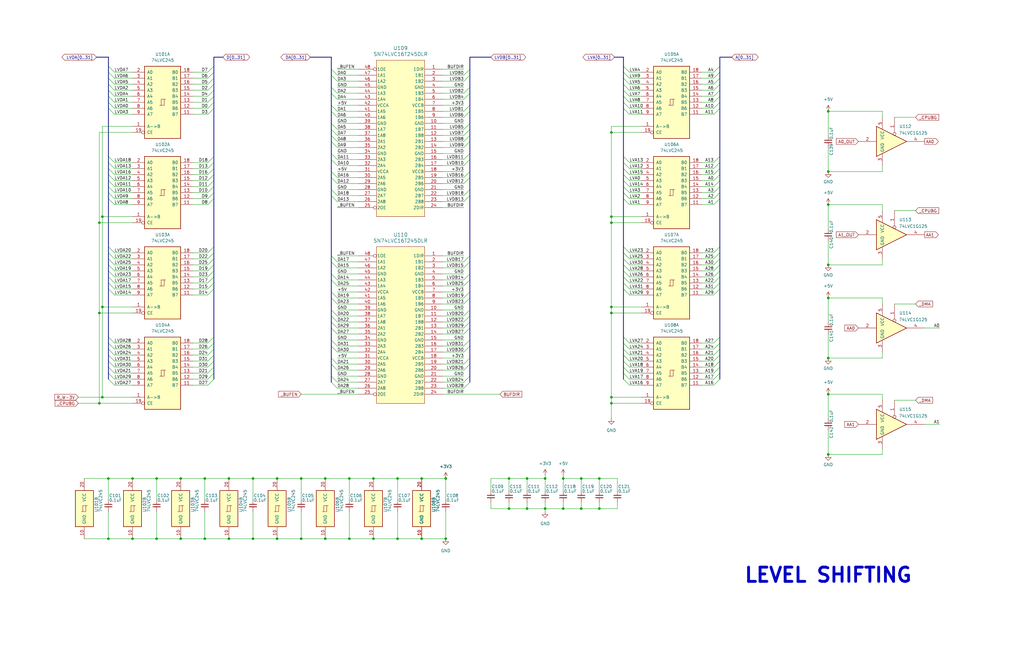
<source format=kicad_sch>
(kicad_sch (version 20231120) (generator "eeschema") (generator_version "8.0")
  (paper "USLedger")
  (title_block (title "AmigaPCI 68040 Local Bus Card") (date "2024-10-26") (rev "4.0"))
  (junction (at 177.8 201.93))
  (junction (at 245.11 201.93))
  (junction (at 229.87 214.63))
  (junction (at 43.18 167.64))
  (junction (at 86.36 227.33))
  (junction (at 252.73 214.63))
  (junction (at 257.81 55.88))
  (junction (at 257.81 91.44))
  (junction (at 127 201.93))
  (junction (at 43.18 91.44))
  (junction (at 349.25 166.37))
  (junction (at 349.25 86.36))
  (junction (at 167.64 227.33))
  (junction (at 137.16 201.93))
  (junction (at 257.81 93.98))
  (junction (at 106.68 227.33))
  (junction (at 41.91 170.18))
  (junction (at 66.04 201.93))
  (junction (at 43.18 129.54))
  (junction (at 137.16 227.33))
  (junction (at 55.88 201.93))
  (junction (at 252.73 201.93))
  (junction (at 45.72 227.33))
  (junction (at 157.48 201.93))
  (junction (at 237.49 214.63))
  (junction (at 349.25 46.99))
  (junction (at 127 227.33))
  (junction (at 349.25 191.77))
  (junction (at 177.8 227.33))
  (junction (at 257.81 167.64))
  (junction (at 214.63 214.63))
  (junction (at 187.96 201.93))
  (junction (at 349.25 151.13))
  (junction (at 349.25 111.76))
  (junction (at 257.81 129.54))
  (junction (at 116.84 201.93))
  (junction (at 257.81 132.08))
  (junction (at 96.52 201.93))
  (junction (at 66.04 227.33))
  (junction (at 222.25 214.63))
  (junction (at 147.32 227.33))
  (junction (at 222.25 201.93))
  (junction (at 237.49 201.93))
  (junction (at 157.48 227.33))
  (junction (at 86.36 201.93))
  (junction (at 116.84 227.33))
  (junction (at 167.64 201.93))
  (junction (at 106.68 201.93))
  (junction (at 76.2 201.93))
  (junction (at 349.25 125.73))
  (junction (at 55.88 227.33))
  (junction (at 214.63 201.93))
  (junction (at 187.96 227.33))
  (junction (at 76.2 227.33))
  (junction (at 41.91 93.98))
  (junction (at 96.52 227.33))
  (junction (at 257.81 170.18))
  (junction (at 147.32 201.93))
  (junction (at 349.25 72.39))
  (junction (at 245.11 214.63))
  (junction (at 41.91 132.08))
  (junction (at 229.87 201.93))
  (junction (at 45.72 201.93))
  (bus_entry (at 262.89 43.18) (size 2.54 2.54))
  (bus_entry (at 139.7 115.57) (size 2.54 2.54))
  (bus_entry (at 198.12 130.81) (size -2.54 2.54))
  (bus_entry (at 90.17 149.86) (size -2.54 2.54))
  (bus_entry (at 45.72 35.56) (size 2.54 2.54))
  (bus_entry (at 198.12 46.99) (size -2.54 2.54))
  (bus_entry (at 303.53 43.18) (size -2.54 2.54))
  (bus_entry (at 45.72 121.92) (size 2.54 2.54))
  (bus_entry (at 45.72 157.48) (size 2.54 2.54))
  (bus_entry (at 303.53 144.78) (size -2.54 2.54))
  (bus_entry (at 139.7 123.19) (size 2.54 2.54))
  (bus_entry (at 198.12 64.77) (size -2.54 2.54))
  (bus_entry (at 303.53 73.66) (size -2.54 2.54))
  (bus_entry (at 139.7 135.89) (size 2.54 2.54))
  (bus_entry (at 45.72 149.86) (size 2.54 2.54))
  (bus_entry (at 90.17 147.32) (size -2.54 2.54))
  (bus_entry (at 303.53 76.2) (size -2.54 2.54))
  (bus_entry (at 303.53 109.22) (size -2.54 2.54))
  (bus_entry (at 198.12 57.15) (size -2.54 2.54))
  (bus_entry (at 139.7 39.37) (size 2.54 2.54))
  (bus_entry (at 198.12 54.61) (size -2.54 2.54))
  (bus_entry (at 262.89 35.56) (size 2.54 2.54))
  (bus_entry (at 90.17 160.02) (size -2.54 2.54))
  (bus_entry (at 303.53 121.92) (size -2.54 2.54))
  (bus_entry (at 139.7 158.75) (size 2.54 2.54))
  (bus_entry (at 45.72 114.3) (size 2.54 2.54))
  (bus_entry (at 45.72 78.74) (size 2.54 2.54))
  (bus_entry (at 303.53 152.4) (size -2.54 2.54))
  (bus_entry (at 90.17 81.28) (size -2.54 2.54))
  (bus_entry (at 262.89 40.64) (size 2.54 2.54))
  (bus_entry (at 90.17 154.94) (size -2.54 2.54))
  (bus_entry (at 45.72 142.24) (size 2.54 2.54))
  (bus_entry (at 139.7 74.93) (size 2.54 2.54))
  (bus_entry (at 45.72 76.2) (size 2.54 2.54))
  (bus_entry (at 262.89 157.48) (size 2.54 2.54))
  (bus_entry (at 45.72 160.02) (size 2.54 2.54))
  (bus_entry (at 90.17 144.78) (size -2.54 2.54))
  (bus_entry (at 303.53 66.04) (size -2.54 2.54))
  (bus_entry (at 45.72 66.04) (size 2.54 2.54))
  (bus_entry (at 198.12 118.11) (size -2.54 2.54))
  (bus_entry (at 90.17 116.84) (size -2.54 2.54))
  (bus_entry (at 198.12 151.13) (size -2.54 2.54))
  (bus_entry (at 45.72 27.94) (size 2.54 2.54))
  (bus_entry (at 198.12 39.37) (size -2.54 2.54))
  (bus_entry (at 198.12 115.57) (size -2.54 2.54))
  (bus_entry (at 139.7 44.45) (size 2.54 2.54))
  (bus_entry (at 262.89 78.74) (size 2.54 2.54))
  (bus_entry (at 303.53 111.76) (size -2.54 2.54))
  (bus_entry (at 303.53 71.12) (size -2.54 2.54))
  (bus_entry (at 198.12 72.39) (size -2.54 2.54))
  (bus_entry (at 90.17 66.04) (size -2.54 2.54))
  (bus_entry (at 45.72 119.38) (size 2.54 2.54))
  (bus_entry (at 90.17 38.1) (size -2.54 2.54))
  (bus_entry (at 198.12 82.55) (size -2.54 2.54))
  (bus_entry (at 303.53 35.56) (size -2.54 2.54))
  (bus_entry (at 198.12 123.19) (size -2.54 2.54))
  (bus_entry (at 45.72 68.58) (size 2.54 2.54))
  (bus_entry (at 198.12 107.95) (size -2.54 2.54))
  (bus_entry (at 198.12 161.29) (size -2.54 2.54))
  (bus_entry (at 262.89 33.02) (size 2.54 2.54))
  (bus_entry (at 90.17 106.68) (size -2.54 2.54))
  (bus_entry (at 262.89 71.12) (size 2.54 2.54))
  (bus_entry (at 303.53 78.74) (size -2.54 2.54))
  (bus_entry (at 303.53 106.68) (size -2.54 2.54))
  (bus_entry (at 45.72 109.22) (size 2.54 2.54))
  (bus_entry (at 90.17 121.92) (size -2.54 2.54))
  (bus_entry (at 139.7 64.77) (size 2.54 2.54))
  (bus_entry (at 139.7 161.29) (size 2.54 2.54))
  (bus_entry (at 303.53 81.28) (size -2.54 2.54))
  (bus_entry (at 139.7 118.11) (size 2.54 2.54))
  (bus_entry (at 262.89 152.4) (size 2.54 2.54))
  (bus_entry (at 262.89 83.82) (size 2.54 2.54))
  (bus_entry (at 303.53 147.32) (size -2.54 2.54))
  (bus_entry (at 90.17 73.66) (size -2.54 2.54))
  (bus_entry (at 262.89 119.38) (size 2.54 2.54))
  (bus_entry (at 262.89 106.68) (size 2.54 2.54))
  (bus_entry (at 90.17 45.72) (size -2.54 2.54))
  (bus_entry (at 45.72 154.94) (size 2.54 2.54))
  (bus_entry (at 198.12 133.35) (size -2.54 2.54))
  (bus_entry (at 198.12 80.01) (size -2.54 2.54))
  (bus_entry (at 262.89 142.24) (size 2.54 2.54))
  (bus_entry (at 198.12 59.69) (size -2.54 2.54))
  (bus_entry (at 262.89 38.1) (size 2.54 2.54))
  (bus_entry (at 303.53 83.82) (size -2.54 2.54))
  (bus_entry (at 139.7 31.75) (size 2.54 2.54))
  (bus_entry (at 90.17 35.56) (size -2.54 2.54))
  (bus_entry (at 303.53 30.48) (size -2.54 2.54))
  (bus_entry (at 45.72 81.28) (size 2.54 2.54))
  (bus_entry (at 139.7 67.31) (size 2.54 2.54))
  (bus_entry (at 90.17 111.76) (size -2.54 2.54))
  (bus_entry (at 139.7 133.35) (size 2.54 2.54))
  (bus_entry (at 45.72 104.14) (size 2.54 2.54))
  (bus_entry (at 139.7 36.83) (size 2.54 2.54))
  (bus_entry (at 198.12 158.75) (size -2.54 2.54))
  (bus_entry (at 139.7 146.05) (size 2.54 2.54))
  (bus_entry (at 303.53 38.1) (size -2.54 2.54))
  (bus_entry (at 303.53 104.14) (size -2.54 2.54))
  (bus_entry (at 90.17 119.38) (size -2.54 2.54))
  (bus_entry (at 303.53 116.84) (size -2.54 2.54))
  (bus_entry (at 90.17 109.22) (size -2.54 2.54))
  (bus_entry (at 198.12 146.05) (size -2.54 2.54))
  (bus_entry (at 262.89 76.2) (size 2.54 2.54))
  (bus_entry (at 262.89 27.94) (size 2.54 2.54))
  (bus_entry (at 90.17 157.48) (size -2.54 2.54))
  (bus_entry (at 139.7 54.61) (size 2.54 2.54))
  (bus_entry (at 45.72 40.64) (size 2.54 2.54))
  (bus_entry (at 139.7 46.99) (size 2.54 2.54))
  (bus_entry (at 303.53 154.94) (size -2.54 2.54))
  (bus_entry (at 262.89 68.58) (size 2.54 2.54))
  (bus_entry (at 303.53 33.02) (size -2.54 2.54))
  (bus_entry (at 45.72 116.84) (size 2.54 2.54))
  (bus_entry (at 303.53 27.94) (size -2.54 2.54))
  (bus_entry (at 198.12 110.49) (size -2.54 2.54))
  (bus_entry (at 303.53 119.38) (size -2.54 2.54))
  (bus_entry (at 262.89 45.72) (size 2.54 2.54))
  (bus_entry (at 198.12 31.75) (size -2.54 2.54))
  (bus_entry (at 262.89 149.86) (size 2.54 2.54))
  (bus_entry (at 198.12 153.67) (size -2.54 2.54))
  (bus_entry (at 45.72 147.32) (size 2.54 2.54))
  (bus_entry (at 139.7 143.51) (size 2.54 2.54))
  (bus_entry (at 45.72 30.48) (size 2.54 2.54))
  (bus_entry (at 90.17 40.64) (size -2.54 2.54))
  (bus_entry (at 45.72 144.78) (size 2.54 2.54))
  (bus_entry (at 90.17 83.82) (size -2.54 2.54))
  (bus_entry (at 45.72 83.82) (size 2.54 2.54))
  (bus_entry (at 45.72 152.4) (size 2.54 2.54))
  (bus_entry (at 262.89 66.04) (size 2.54 2.54))
  (bus_entry (at 139.7 130.81) (size 2.54 2.54))
  (bus_entry (at 303.53 40.64) (size -2.54 2.54))
  (bus_entry (at 303.53 114.3) (size -2.54 2.54))
  (bus_entry (at 303.53 157.48) (size -2.54 2.54))
  (bus_entry (at 139.7 107.95) (size 2.54 2.54))
  (bus_entry (at 198.12 138.43) (size -2.54 2.54))
  (bus_entry (at 45.72 38.1) (size 2.54 2.54))
  (bus_entry (at 90.17 78.74) (size -2.54 2.54))
  (bus_entry (at 262.89 81.28) (size 2.54 2.54))
  (bus_entry (at 90.17 152.4) (size -2.54 2.54))
  (bus_entry (at 45.72 71.12) (size 2.54 2.54))
  (bus_entry (at 262.89 111.76) (size 2.54 2.54))
  (bus_entry (at 262.89 73.66) (size 2.54 2.54))
  (bus_entry (at 139.7 138.43) (size 2.54 2.54))
  (bus_entry (at 139.7 80.01) (size 2.54 2.54))
  (bus_entry (at 45.72 43.18) (size 2.54 2.54))
  (bus_entry (at 262.89 109.22) (size 2.54 2.54))
  (bus_entry (at 262.89 160.02) (size 2.54 2.54))
  (bus_entry (at 45.72 111.76) (size 2.54 2.54))
  (bus_entry (at 198.12 52.07) (size -2.54 2.54))
  (bus_entry (at 90.17 33.02) (size -2.54 2.54))
  (bus_entry (at 139.7 153.67) (size 2.54 2.54))
  (bus_entry (at 303.53 142.24) (size -2.54 2.54))
  (bus_entry (at 90.17 142.24) (size -2.54 2.54))
  (bus_entry (at 262.89 154.94) (size 2.54 2.54))
  (bus_entry (at 139.7 59.69) (size 2.54 2.54))
  (bus_entry (at 139.7 110.49) (size 2.54 2.54))
  (bus_entry (at 262.89 144.78) (size 2.54 2.54))
  (bus_entry (at 90.17 30.48) (size -2.54 2.54))
  (bus_entry (at 198.12 36.83) (size -2.54 2.54))
  (bus_entry (at 198.12 143.51) (size -2.54 2.54))
  (bus_entry (at 198.12 74.93) (size -2.54 2.54))
  (bus_entry (at 198.12 135.89) (size -2.54 2.54))
  (bus_entry (at 90.17 104.14) (size -2.54 2.54))
  (bus_entry (at 90.17 27.94) (size -2.54 2.54))
  (bus_entry (at 262.89 114.3) (size 2.54 2.54))
  (bus_entry (at 139.7 57.15) (size 2.54 2.54))
  (bus_entry (at 90.17 71.12) (size -2.54 2.54))
  (bus_entry (at 139.7 82.55) (size 2.54 2.54))
  (bus_entry (at 45.72 73.66) (size 2.54 2.54))
  (bus_entry (at 45.72 106.68) (size 2.54 2.54))
  (bus_entry (at 198.12 67.31) (size -2.54 2.54))
  (bus_entry (at 303.53 160.02) (size -2.54 2.54))
  (bus_entry (at 45.72 45.72) (size 2.54 2.54))
  (bus_entry (at 90.17 114.3) (size -2.54 2.54))
  (bus_entry (at 303.53 68.58) (size -2.54 2.54))
  (bus_entry (at 262.89 121.92) (size 2.54 2.54))
  (bus_entry (at 198.12 44.45) (size -2.54 2.54))
  (bus_entry (at 198.12 29.21) (size -2.54 2.54))
  (bus_entry (at 262.89 147.32) (size 2.54 2.54))
  (bus_entry (at 262.89 104.14) (size 2.54 2.54))
  (bus_entry (at 139.7 72.39) (size 2.54 2.54))
  (bus_entry (at 139.7 29.21) (size 2.54 2.54))
  (bus_entry (at 90.17 68.58) (size -2.54 2.54))
  (bus_entry (at 90.17 43.18) (size -2.54 2.54))
  (bus_entry (at 262.89 30.48) (size 2.54 2.54))
  (bus_entry (at 90.17 76.2) (size -2.54 2.54))
  (bus_entry (at 198.12 125.73) (size -2.54 2.54))
  (bus_entry (at 303.53 45.72) (size -2.54 2.54))
  (bus_entry (at 45.72 33.02) (size 2.54 2.54))
  (bus_entry (at 139.7 125.73) (size 2.54 2.54))
  (bus_entry (at 303.53 149.86) (size -2.54 2.54))
  (bus_entry (at 139.7 52.07) (size 2.54 2.54))
  (bus_entry (at 262.89 116.84) (size 2.54 2.54))
  (bus_entry (at 139.7 151.13) (size 2.54 2.54))
  (wire (pts (xy 142.24 49.53) (xy 151.13 49.53)))
  (wire (pts (xy 81.28 86.36) (xy 87.63 86.36)))
  (wire (pts (xy 48.26 81.28) (xy 55.88 81.28)))
  (wire (pts (xy 142.24 29.21) (xy 151.13 29.21)))
  (wire (pts (xy 186.69 57.15) (xy 195.58 57.15)))
  (wire (pts (xy 186.69 138.43) (xy 195.58 138.43)))
  (wire (pts (xy 349.25 96.52) (xy 349.25 86.36)))
  (wire (pts (xy 265.43 68.58) (xy 270.51 68.58)))
  (bus (pts (xy 262.89 121.92) (xy 262.89 119.38)))
  (bus (pts (xy 262.89 68.58) (xy 262.89 66.04)))
  (bus (pts (xy 262.89 149.86) (xy 262.89 147.32)))
  (bus (pts (xy 303.53 43.18) (xy 303.53 40.64)))
  (wire (pts (xy 81.28 40.64) (xy 87.63 40.64)))
  (wire (pts (xy 187.96 201.93) (xy 187.96 210.82)))
  (wire (pts (xy 265.43 35.56) (xy 270.51 35.56)))
  (wire (pts (xy 43.18 129.54) (xy 55.88 129.54)))
  (wire (pts (xy 43.18 167.64) (xy 55.88 167.64)))
  (bus (pts (xy 262.89 38.1) (xy 262.89 35.56)))
  (bus (pts (xy 90.17 83.82) (xy 90.17 81.28)))
  (wire (pts (xy 43.18 129.54) (xy 43.18 167.64)))
  (bus (pts (xy 139.7 107.95) (xy 139.7 82.55)))
  (wire (pts (xy 229.87 214.63) (xy 229.87 215.9)))
  (wire (pts (xy 252.73 214.63) (xy 260.35 214.63)))
  (wire (pts (xy 167.64 227.33) (xy 157.48 227.33)))
  (wire (pts (xy 81.28 111.76) (xy 87.63 111.76)))
  (wire (pts (xy 48.26 45.72) (xy 55.88 45.72)))
  (wire (pts (xy 186.69 151.13) (xy 195.58 151.13)))
  (wire (pts (xy 48.26 73.66) (xy 55.88 73.66)))
  (wire (pts (xy 300.99 30.48) (xy 295.91 30.48)))
  (bus (pts (xy 139.7 44.45) (xy 139.7 39.37)))
  (wire (pts (xy 48.26 83.82) (xy 55.88 83.82)))
  (bus (pts (xy 303.53 83.82) (xy 303.53 81.28)))
  (bus (pts (xy 303.53 45.72) (xy 303.53 43.18)))
  (wire (pts (xy 81.28 33.02) (xy 87.63 33.02)))
  (wire (pts (xy 265.43 43.18) (xy 270.51 43.18)))
  (wire (pts (xy 186.69 125.73) (xy 195.58 125.73)))
  (wire (pts (xy 142.24 44.45) (xy 151.13 44.45)))
  (bus (pts (xy 90.17 76.2) (xy 90.17 73.66)))
  (wire (pts (xy 300.99 162.56) (xy 295.91 162.56)))
  (bus (pts (xy 45.72 40.64) (xy 45.72 38.1)))
  (wire (pts (xy 186.69 82.55) (xy 195.58 82.55)))
  (bus (pts (xy 198.12 52.07) (xy 198.12 46.99)))
  (wire (pts (xy 86.36 201.93) (xy 96.52 201.93)))
  (wire (pts (xy 260.35 201.93) (xy 260.35 207.01)))
  (wire (pts (xy 86.36 227.33) (xy 76.2 227.33)))
  (bus (pts (xy 45.72 27.94) (xy 45.72 24.13)))
  (wire (pts (xy 147.32 201.93) (xy 147.32 210.82)))
  (wire (pts (xy 372.11 46.99) (xy 372.11 49.53)))
  (bus (pts (xy 90.17 71.12) (xy 90.17 68.58)))
  (wire (pts (xy 66.04 227.33) (xy 55.88 227.33)))
  (wire (pts (xy 186.69 113.03) (xy 195.58 113.03)))
  (wire (pts (xy 372.11 125.73) (xy 372.11 128.27)))
  (bus (pts (xy 303.53 106.68) (xy 303.53 104.14)))
  (bus (pts (xy 45.72 81.28) (xy 45.72 78.74)))
  (wire (pts (xy 300.99 144.78) (xy 295.91 144.78)))
  (wire (pts (xy 252.73 201.93) (xy 252.73 207.01)))
  (wire (pts (xy 300.99 86.36) (xy 295.91 86.36)))
  (wire (pts (xy 81.28 160.02) (xy 87.63 160.02)))
  (wire (pts (xy 186.69 140.97) (xy 195.58 140.97)))
  (bus (pts (xy 45.72 109.22) (xy 45.72 106.68)))
  (wire (pts (xy 81.28 83.82) (xy 87.63 83.82)))
  (bus (pts (xy 303.53 27.94) (xy 303.53 24.13)))
  (bus (pts (xy 303.53 66.04) (xy 303.53 45.72)))
  (wire (pts (xy 86.36 215.9) (xy 86.36 227.33)))
  (wire (pts (xy 81.28 124.46) (xy 87.63 124.46)))
  (wire (pts (xy 147.32 215.9) (xy 147.32 227.33)))
  (wire (pts (xy 186.69 153.67) (xy 195.58 153.67)))
  (bus (pts (xy 198.12 67.31) (xy 198.12 64.77)))
  (bus (pts (xy 262.89 66.04) (xy 262.89 45.72)))
  (bus (pts (xy 198.12 123.19) (xy 198.12 118.11)))
  (bus (pts (xy 139.7 74.93) (xy 139.7 80.01)))
  (bus (pts (xy 303.53 35.56) (xy 303.53 33.02)))
  (wire (pts (xy 41.91 93.98) (xy 55.88 93.98)))
  (bus (pts (xy 262.89 73.66) (xy 262.89 71.12)))
  (wire (pts (xy 300.99 33.02) (xy 295.91 33.02)))
  (wire (pts (xy 142.24 125.73) (xy 151.13 125.73)))
  (bus (pts (xy 198.12 118.11) (xy 198.12 115.57)))
  (bus (pts (xy 262.89 116.84) (xy 262.89 114.3)))
  (wire (pts (xy 300.99 35.56) (xy 295.91 35.56)))
  (wire (pts (xy 186.69 49.53) (xy 195.58 49.53)))
  (wire (pts (xy 300.99 48.26) (xy 295.91 48.26)))
  (bus (pts (xy 90.17 45.72) (xy 90.17 43.18)))
  (bus (pts (xy 139.7 36.83) (xy 139.7 31.75)))
  (bus (pts (xy 45.72 147.32) (xy 45.72 144.78)))
  (bus (pts (xy 303.53 38.1) (xy 303.53 35.56)))
  (wire (pts (xy 142.24 140.97) (xy 151.13 140.97)))
  (wire (pts (xy 229.87 201.93) (xy 229.87 207.01)))
  (wire (pts (xy 142.24 67.31) (xy 151.13 67.31)))
  (wire (pts (xy 265.43 83.82) (xy 270.51 83.82)))
  (wire (pts (xy 142.24 163.83) (xy 151.13 163.83)))
  (wire (pts (xy 186.69 123.19) (xy 195.58 123.19)))
  (wire (pts (xy 48.26 86.36) (xy 55.88 86.36)))
  (bus (pts (xy 303.53 24.13) (xy 308.61 24.13)))
  (wire (pts (xy 127 227.33) (xy 137.16 227.33)))
  (wire (pts (xy 222.25 201.93) (xy 229.87 201.93)))
  (wire (pts (xy 186.69 128.27) (xy 195.58 128.27)))
  (wire (pts (xy 245.11 201.93) (xy 252.73 201.93)))
  (bus (pts (xy 45.72 38.1) (xy 45.72 35.56)))
  (wire (pts (xy 237.49 201.93) (xy 245.11 201.93)))
  (wire (pts (xy 265.43 149.86) (xy 270.51 149.86)))
  (wire (pts (xy 142.24 39.37) (xy 151.13 39.37)))
  (bus (pts (xy 198.12 135.89) (xy 198.12 133.35)))
  (wire (pts (xy 187.96 215.9) (xy 187.96 227.33)))
  (wire (pts (xy 142.24 146.05) (xy 151.13 146.05)))
  (wire (pts (xy 43.18 91.44) (xy 43.18 53.34)))
  (wire (pts (xy 81.28 157.48) (xy 87.63 157.48)))
  (bus (pts (xy 198.12 44.45) (xy 198.12 39.37)))
  (bus (pts (xy 303.53 78.74) (xy 303.53 76.2)))
  (bus (pts (xy 303.53 154.94) (xy 303.53 152.4)))
  (bus (pts (xy 139.7 54.61) (xy 139.7 52.07)))
  (bus (pts (xy 139.7 59.69) (xy 139.7 57.15)))
  (bus (pts (xy 90.17 40.64) (xy 90.17 38.1)))
  (bus (pts (xy 198.12 115.57) (xy 198.12 110.49)))
  (bus (pts (xy 198.12 161.29) (xy 198.12 158.75)))
  (wire (pts (xy 48.26 78.74) (xy 55.88 78.74)))
  (bus (pts (xy 262.89 81.28) (xy 262.89 78.74)))
  (wire (pts (xy 48.26 162.56) (xy 55.88 162.56)))
  (wire (pts (xy 257.81 129.54) (xy 270.51 129.54)))
  (wire (pts (xy 260.35 212.09) (xy 260.35 214.63)))
  (wire (pts (xy 349.25 86.36) (xy 372.11 86.36)))
  (wire (pts (xy 186.69 161.29) (xy 195.58 161.29)))
  (wire (pts (xy 229.87 212.09) (xy 229.87 214.63)))
  (bus (pts (xy 198.12 138.43) (xy 198.12 135.89)))
  (wire (pts (xy 265.43 147.32) (xy 270.51 147.32)))
  (wire (pts (xy 186.69 77.47) (xy 195.58 77.47)))
  (wire (pts (xy 257.81 55.88) (xy 257.81 91.44)))
  (wire (pts (xy 265.43 48.26) (xy 270.51 48.26)))
  (wire (pts (xy 186.69 64.77) (xy 195.58 64.77)))
  (bus (pts (xy 45.72 33.02) (xy 45.72 30.48)))
  (bus (pts (xy 198.12 107.95) (xy 198.12 82.55)))
  (wire (pts (xy 48.26 33.02) (xy 55.88 33.02)))
  (bus (pts (xy 262.89 104.14) (xy 262.89 83.82)))
  (bus (pts (xy 262.89 154.94) (xy 262.89 152.4)))
  (wire (pts (xy 265.43 119.38) (xy 270.51 119.38)))
  (wire (pts (xy 265.43 109.22) (xy 270.51 109.22)))
  (wire (pts (xy 265.43 154.94) (xy 270.51 154.94)))
  (wire (pts (xy 186.69 148.59) (xy 195.58 148.59)))
  (wire (pts (xy 142.24 138.43) (xy 151.13 138.43)))
  (bus (pts (xy 198.12 36.83) (xy 198.12 31.75)))
  (wire (pts (xy 372.11 148.59) (xy 372.11 151.13)))
  (bus (pts (xy 262.89 109.22) (xy 262.89 106.68)))
  (bus (pts (xy 262.89 30.48) (xy 262.89 27.94)))
  (wire (pts (xy 252.73 212.09) (xy 252.73 214.63)))
  (wire (pts (xy 222.25 212.09) (xy 222.25 214.63)))
  (wire (pts (xy 142.24 62.23) (xy 151.13 62.23)))
  (bus (pts (xy 139.7 67.31) (xy 139.7 64.77)))
  (bus (pts (xy 303.53 71.12) (xy 303.53 68.58)))
  (wire (pts (xy 41.91 132.08) (xy 55.88 132.08)))
  (bus (pts (xy 139.7 153.67) (xy 139.7 158.75)))
  (bus (pts (xy 198.12 54.61) (xy 198.12 52.07)))
  (bus (pts (xy 259.08 24.13) (xy 262.89 24.13)))
  (wire (pts (xy 106.68 201.93) (xy 106.68 210.82)))
  (wire (pts (xy 81.28 144.78) (xy 87.63 144.78)))
  (wire (pts (xy 372.11 86.36) (xy 372.11 88.9)))
  (bus (pts (xy 198.12 31.75) (xy 198.12 29.21)))
  (wire (pts (xy 142.24 107.95) (xy 151.13 107.95)))
  (wire (pts (xy 270.51 55.88) (xy 257.81 55.88)))
  (bus (pts (xy 139.7 118.11) (xy 139.7 115.57)))
  (bus (pts (xy 262.89 152.4) (xy 262.89 149.86)))
  (wire (pts (xy 300.99 160.02) (xy 295.91 160.02)))
  (bus (pts (xy 262.89 142.24) (xy 262.89 121.92)))
  (wire (pts (xy 187.96 227.33) (xy 177.8 227.33)))
  (wire (pts (xy 81.28 48.26) (xy 87.63 48.26)))
  (wire (pts (xy 245.11 201.93) (xy 245.11 207.01)))
  (bus (pts (xy 139.7 138.43) (xy 139.7 143.51)))
  (bus (pts (xy 45.72 73.66) (xy 45.72 71.12)))
  (wire (pts (xy 300.99 157.48) (xy 295.91 157.48)))
  (bus (pts (xy 90.17 35.56) (xy 90.17 33.02)))
  (wire (pts (xy 186.69 74.93) (xy 195.58 74.93)))
  (bus (pts (xy 139.7 31.75) (xy 139.7 29.21)))
  (wire (pts (xy 48.26 111.76) (xy 55.88 111.76)))
  (bus (pts (xy 262.89 76.2) (xy 262.89 73.66)))
  (wire (pts (xy 41.91 132.08) (xy 41.91 93.98)))
  (wire (pts (xy 257.81 132.08) (xy 257.81 167.64)))
  (wire (pts (xy 66.04 227.33) (xy 76.2 227.33)))
  (bus (pts (xy 45.72 43.18) (xy 45.72 40.64)))
  (wire (pts (xy 300.99 111.76) (xy 295.91 111.76)))
  (wire (pts (xy 142.24 69.85) (xy 151.13 69.85)))
  (wire (pts (xy 142.24 123.19) (xy 151.13 123.19)))
  (wire (pts (xy 270.51 170.18) (xy 257.81 170.18)))
  (bus (pts (xy 90.17 27.94) (xy 90.17 24.13)))
  (wire (pts (xy 142.24 41.91) (xy 151.13 41.91)))
  (wire (pts (xy 349.25 125.73) (xy 372.11 125.73)))
  (bus (pts (xy 90.17 154.94) (xy 90.17 152.4)))
  (wire (pts (xy 265.43 38.1) (xy 270.51 38.1)))
  (bus (pts (xy 139.7 146.05) (xy 139.7 143.51)))
  (wire (pts (xy 33.02 167.64) (xy 43.18 167.64)))
  (wire (pts (xy 81.28 35.56) (xy 87.63 35.56)))
  (bus (pts (xy 303.53 160.02) (xy 303.53 157.48)))
  (wire (pts (xy 186.69 29.21) (xy 195.58 29.21)))
  (bus (pts (xy 262.89 35.56) (xy 262.89 33.02)))
  (bus (pts (xy 198.12 143.51) (xy 198.12 138.43)))
  (wire (pts (xy 245.11 214.63) (xy 252.73 214.63)))
  (wire (pts (xy 142.24 133.35) (xy 151.13 133.35)))
  (bus (pts (xy 139.7 74.93) (xy 139.7 72.39)))
  (wire (pts (xy 265.43 111.76) (xy 270.51 111.76)))
  (bus (pts (xy 45.72 114.3) (xy 45.72 111.76)))
  (wire (pts (xy 142.24 36.83) (xy 151.13 36.83)))
  (wire (pts (xy 265.43 40.64) (xy 270.51 40.64)))
  (bus (pts (xy 303.53 73.66) (xy 303.53 71.12)))
  (wire (pts (xy 33.02 170.18) (xy 41.91 170.18)))
  (wire (pts (xy 265.43 114.3) (xy 270.51 114.3)))
  (wire (pts (xy 142.24 158.75) (xy 151.13 158.75)))
  (wire (pts (xy 81.28 76.2) (xy 87.63 76.2)))
  (wire (pts (xy 270.51 132.08) (xy 257.81 132.08)))
  (wire (pts (xy 265.43 71.12) (xy 270.51 71.12)))
  (wire (pts (xy 300.99 116.84) (xy 295.91 116.84)))
  (bus (pts (xy 198.12 39.37) (xy 198.12 36.83)))
  (wire (pts (xy 41.91 93.98) (xy 41.91 55.88)))
  (wire (pts (xy 81.28 81.28) (xy 87.63 81.28)))
  (bus (pts (xy 139.7 110.49) (xy 139.7 115.57)))
  (bus (pts (xy 303.53 33.02) (xy 303.53 30.48)))
  (bus (pts (xy 139.7 153.67) (xy 139.7 151.13)))
  (wire (pts (xy 48.26 76.2) (xy 55.88 76.2)))
  (bus (pts (xy 139.7 29.21) (xy 139.7 24.13)))
  (wire (pts (xy 257.81 91.44) (xy 270.51 91.44)))
  (wire (pts (xy 142.24 120.65) (xy 151.13 120.65)))
  (wire (pts (xy 265.43 160.02) (xy 270.51 160.02)))
  (wire (pts (xy 142.24 143.51) (xy 151.13 143.51)))
  (bus (pts (xy 139.7 39.37) (xy 139.7 36.83)))
  (wire (pts (xy 142.24 153.67) (xy 151.13 153.67)))
  (bus (pts (xy 139.7 57.15) (xy 139.7 54.61)))
  (bus (pts (xy 303.53 40.64) (xy 303.53 38.1)))
  (bus (pts (xy 45.72 30.48) (xy 45.72 27.94)))
  (bus (pts (xy 139.7 161.29) (xy 139.7 158.75)))
  (wire (pts (xy 81.28 162.56) (xy 87.63 162.56)))
  (bus (pts (xy 262.89 111.76) (xy 262.89 109.22)))
  (wire (pts (xy 300.99 45.72) (xy 295.91 45.72)))
  (wire (pts (xy 167.64 201.93) (xy 167.64 210.82)))
  (wire (pts (xy 265.43 124.46) (xy 270.51 124.46)))
  (wire (pts (xy 186.69 110.49) (xy 195.58 110.49)))
  (wire (pts (xy 186.69 46.99) (xy 195.58 46.99)))
  (wire (pts (xy 81.28 147.32) (xy 87.63 147.32)))
  (wire (pts (xy 48.26 124.46) (xy 55.88 124.46)))
  (bus (pts (xy 90.17 66.04) (xy 90.17 45.72)))
  (bus (pts (xy 262.89 27.94) (xy 262.89 24.13)))
  (wire (pts (xy 142.24 64.77) (xy 151.13 64.77)))
  (wire (pts (xy 372.11 189.23) (xy 372.11 191.77)))
  (bus (pts (xy 262.89 71.12) (xy 262.89 68.58)))
  (wire (pts (xy 55.88 201.93) (xy 66.04 201.93)))
  (bus (pts (xy 90.17 144.78) (xy 90.17 142.24)))
  (bus (pts (xy 90.17 81.28) (xy 90.17 78.74)))
  (wire (pts (xy 186.69 67.31) (xy 195.58 67.31)))
  (wire (pts (xy 142.24 118.11) (xy 151.13 118.11)))
  (bus (pts (xy 198.12 24.13) (xy 207.01 24.13)))
  (wire (pts (xy 265.43 116.84) (xy 270.51 116.84)))
  (bus (pts (xy 45.72 142.24) (xy 45.72 121.92)))
  (wire (pts (xy 186.69 130.81) (xy 195.58 130.81)))
  (wire (pts (xy 81.28 119.38) (xy 87.63 119.38)))
  (wire (pts (xy 257.81 93.98) (xy 257.81 129.54)))
  (bus (pts (xy 90.17 114.3) (xy 90.17 111.76)))
  (wire (pts (xy 300.99 149.86) (xy 295.91 149.86)))
  (wire (pts (xy 265.43 152.4) (xy 270.51 152.4)))
  (wire (pts (xy 386.08 88.9) (xy 377.19 88.9)))
  (wire (pts (xy 207.01 201.93) (xy 207.01 207.01)))
  (bus (pts (xy 45.72 160.02) (xy 45.72 157.48)))
  (wire (pts (xy 48.26 154.94) (xy 55.88 154.94)))
  (wire (pts (xy 186.69 115.57) (xy 195.58 115.57)))
  (wire (pts (xy 300.99 119.38) (xy 295.91 119.38)))
  (bus (pts (xy 139.7 67.31) (xy 139.7 72.39)))
  (wire (pts (xy 142.24 57.15) (xy 151.13 57.15)))
  (wire (pts (xy 43.18 53.34) (xy 55.88 53.34)))
  (wire (pts (xy 186.69 118.11) (xy 195.58 118.11)))
  (wire (pts (xy 48.26 48.26) (xy 55.88 48.26)))
  (wire (pts (xy 186.69 85.09) (xy 195.58 85.09)))
  (wire (pts (xy 48.26 68.58) (xy 55.88 68.58)))
  (wire (pts (xy 186.69 39.37) (xy 195.58 39.37)))
  (wire (pts (xy 265.43 157.48) (xy 270.51 157.48)))
  (wire (pts (xy 265.43 86.36) (xy 270.51 86.36)))
  (wire (pts (xy 237.49 212.09) (xy 237.49 214.63)))
  (wire (pts (xy 186.69 143.51) (xy 195.58 143.51)))
  (wire (pts (xy 142.24 130.81) (xy 151.13 130.81)))
  (bus (pts (xy 262.89 157.48) (xy 262.89 154.94)))
  (bus (pts (xy 303.53 119.38) (xy 303.53 116.84)))
  (bus (pts (xy 45.72 154.94) (xy 45.72 152.4)))
  (wire (pts (xy 300.99 78.74) (xy 295.91 78.74)))
  (wire (pts (xy 245.11 212.09) (xy 245.11 214.63)))
  (bus (pts (xy 45.72 157.48) (xy 45.72 154.94)))
  (bus (pts (xy 198.12 57.15) (xy 198.12 54.61)))
  (wire (pts (xy 142.24 52.07) (xy 151.13 52.07)))
  (wire (pts (xy 229.87 214.63) (xy 237.49 214.63)))
  (wire (pts (xy 45.72 201.93) (xy 55.88 201.93)))
  (wire (pts (xy 349.25 125.73) (xy 349.25 135.89)))
  (wire (pts (xy 300.99 109.22) (xy 295.91 109.22)))
  (bus (pts (xy 45.72 121.92) (xy 45.72 119.38)))
  (wire (pts (xy 186.69 54.61) (xy 195.58 54.61)))
  (wire (pts (xy 186.69 158.75) (xy 195.58 158.75)))
  (wire (pts (xy 300.99 81.28) (xy 295.91 81.28)))
  (wire (pts (xy 186.69 107.95) (xy 195.58 107.95)))
  (wire (pts (xy 386.08 128.27) (xy 377.19 128.27)))
  (wire (pts (xy 142.24 135.89) (xy 151.13 135.89)))
  (bus (pts (xy 303.53 109.22) (xy 303.53 106.68)))
  (bus (pts (xy 262.89 114.3) (xy 262.89 111.76)))
  (bus (pts (xy 139.7 59.69) (xy 139.7 64.77)))
  (bus (pts (xy 139.7 110.49) (xy 139.7 107.95)))
  (wire (pts (xy 186.69 34.29) (xy 195.58 34.29)))
  (wire (pts (xy 81.28 45.72) (xy 87.63 45.72)))
  (wire (pts (xy 127 166.37) (xy 151.13 166.37)))
  (wire (pts (xy 41.91 170.18) (xy 41.91 132.08)))
  (bus (pts (xy 45.72 66.04) (xy 45.72 45.72)))
  (bus (pts (xy 90.17 38.1) (xy 90.17 35.56)))
  (wire (pts (xy 142.24 87.63) (xy 151.13 87.63)))
  (wire (pts (xy 137.16 201.93) (xy 147.32 201.93)))
  (wire (pts (xy 48.26 147.32) (xy 55.88 147.32)))
  (bus (pts (xy 139.7 118.11) (xy 139.7 123.19)))
  (wire (pts (xy 48.26 43.18) (xy 55.88 43.18)))
  (wire (pts (xy 214.63 212.09) (xy 214.63 214.63)))
  (bus (pts (xy 262.89 43.18) (xy 262.89 40.64)))
  (bus (pts (xy 198.12 133.35) (xy 198.12 130.81)))
  (wire (pts (xy 372.11 69.85) (xy 372.11 72.39)))
  (wire (pts (xy 349.25 46.99) (xy 372.11 46.99)))
  (wire (pts (xy 48.26 106.68) (xy 55.88 106.68)))
  (bus (pts (xy 90.17 142.24) (xy 90.17 121.92)))
  (wire (pts (xy 127 215.9) (xy 127 227.33)))
  (wire (pts (xy 257.81 167.64) (xy 257.81 170.18)))
  (bus (pts (xy 198.12 110.49) (xy 198.12 107.95)))
  (wire (pts (xy 106.68 227.33) (xy 96.52 227.33)))
  (wire (pts (xy 167.64 227.33) (xy 177.8 227.33)))
  (wire (pts (xy 396.24 138.43) (xy 389.89 138.43)))
  (wire (pts (xy 300.99 147.32) (xy 295.91 147.32)))
  (wire (pts (xy 76.2 201.93) (xy 86.36 201.93)))
  (wire (pts (xy 35.56 201.93) (xy 45.72 201.93)))
  (bus (pts (xy 262.89 83.82) (xy 262.89 81.28)))
  (wire (pts (xy 265.43 106.68) (xy 270.51 106.68)))
  (wire (pts (xy 142.24 148.59) (xy 151.13 148.59)))
  (wire (pts (xy 257.81 167.64) (xy 270.51 167.64)))
  (wire (pts (xy 349.25 176.53) (xy 349.25 166.37)))
  (wire (pts (xy 81.28 43.18) (xy 87.63 43.18)))
  (bus (pts (xy 45.72 71.12) (xy 45.72 68.58)))
  (wire (pts (xy 186.69 41.91) (xy 195.58 41.91)))
  (wire (pts (xy 147.32 227.33) (xy 137.16 227.33)))
  (wire (pts (xy 186.69 69.85) (xy 195.58 69.85)))
  (bus (pts (xy 90.17 152.4) (xy 90.17 149.86)))
  (wire (pts (xy 48.26 152.4) (xy 55.88 152.4)))
  (wire (pts (xy 81.28 149.86) (xy 87.63 149.86)))
  (wire (pts (xy 349.25 166.37) (xy 372.11 166.37)))
  (wire (pts (xy 66.04 201.93) (xy 76.2 201.93)))
  (wire (pts (xy 372.11 72.39) (xy 349.25 72.39)))
  (bus (pts (xy 90.17 111.76) (xy 90.17 109.22)))
  (bus (pts (xy 90.17 24.13) (xy 93.98 24.13)))
  (wire (pts (xy 265.43 73.66) (xy 270.51 73.66)))
  (wire (pts (xy 81.28 109.22) (xy 87.63 109.22)))
  (wire (pts (xy 81.28 154.94) (xy 87.63 154.94)))
  (wire (pts (xy 300.99 76.2) (xy 295.91 76.2)))
  (bus (pts (xy 262.89 40.64) (xy 262.89 38.1)))
  (bus (pts (xy 262.89 33.02) (xy 262.89 30.48)))
  (bus (pts (xy 90.17 119.38) (xy 90.17 116.84)))
  (wire (pts (xy 48.26 40.64) (xy 55.88 40.64)))
  (wire (pts (xy 45.72 201.93) (xy 45.72 210.82)))
  (bus (pts (xy 90.17 149.86) (xy 90.17 147.32)))
  (wire (pts (xy 372.11 166.37) (xy 372.11 168.91)))
  (wire (pts (xy 300.99 71.12) (xy 295.91 71.12)))
  (wire (pts (xy 127 201.93) (xy 137.16 201.93)))
  (wire (pts (xy 372.11 151.13) (xy 349.25 151.13)))
  (wire (pts (xy 349.25 72.39) (xy 349.25 62.23)))
  (wire (pts (xy 142.24 54.61) (xy 151.13 54.61)))
  (wire (pts (xy 186.69 163.83) (xy 195.58 163.83)))
  (wire (pts (xy 48.26 121.92) (xy 55.88 121.92)))
  (wire (pts (xy 81.28 68.58) (xy 87.63 68.58)))
  (wire (pts (xy 45.72 227.33) (xy 55.88 227.33)))
  (bus (pts (xy 303.53 114.3) (xy 303.53 111.76)))
  (wire (pts (xy 142.24 156.21) (xy 151.13 156.21)))
  (wire (pts (xy 214.63 201.93) (xy 214.63 207.01)))
  (bus (pts (xy 139.7 138.43) (xy 139.7 135.89)))
  (bus (pts (xy 139.7 52.07) (xy 139.7 46.99)))
  (bus (pts (xy 262.89 106.68) (xy 262.89 104.14)))
  (bus (pts (xy 198.12 153.67) (xy 198.12 151.13)))
  (bus (pts (xy 262.89 160.02) (xy 262.89 157.48)))
  (wire (pts (xy 372.11 111.76) (xy 349.25 111.76)))
  (bus (pts (xy 90.17 78.74) (xy 90.17 76.2)))
  (wire (pts (xy 81.28 152.4) (xy 87.63 152.4)))
  (wire (pts (xy 207.01 201.93) (xy 214.63 201.93)))
  (wire (pts (xy 349.25 111.76) (xy 349.25 101.6)))
  (bus (pts (xy 303.53 104.14) (xy 303.53 83.82)))
  (wire (pts (xy 386.08 168.91) (xy 377.19 168.91)))
  (wire (pts (xy 372.11 109.22) (xy 372.11 111.76)))
  (bus (pts (xy 90.17 33.02) (xy 90.17 30.48)))
  (wire (pts (xy 300.99 114.3) (xy 295.91 114.3)))
  (bus (pts (xy 139.7 125.73) (xy 139.7 130.81)))
  (bus (pts (xy 45.72 144.78) (xy 45.72 142.24)))
  (bus (pts (xy 303.53 111.76) (xy 303.53 109.22)))
  (wire (pts (xy 81.28 73.66) (xy 87.63 73.66)))
  (wire (pts (xy 142.24 34.29) (xy 151.13 34.29)))
  (wire (pts (xy 43.18 91.44) (xy 55.88 91.44)))
  (wire (pts (xy 43.18 129.54) (xy 43.18 91.44)))
  (bus (pts (xy 45.72 45.72) (xy 45.72 43.18)))
  (wire (pts (xy 386.08 49.53) (xy 377.19 49.53)))
  (bus (pts (xy 45.72 111.76) (xy 45.72 109.22)))
  (wire (pts (xy 48.26 160.02) (xy 55.88 160.02)))
  (wire (pts (xy 257.81 53.34) (xy 257.81 55.88)))
  (wire (pts (xy 300.99 68.58) (xy 295.91 68.58)))
  (wire (pts (xy 142.24 113.03) (xy 151.13 113.03)))
  (wire (pts (xy 349.25 191.77) (xy 349.25 181.61)))
  (bus (pts (xy 90.17 121.92) (xy 90.17 119.38)))
  (bus (pts (xy 45.72 149.86) (xy 45.72 147.32)))
  (wire (pts (xy 48.26 116.84) (xy 55.88 116.84)))
  (wire (pts (xy 265.43 45.72) (xy 270.51 45.72)))
  (wire (pts (xy 186.69 166.37) (xy 210.82 166.37)))
  (wire (pts (xy 41.91 170.18) (xy 55.88 170.18)))
  (bus (pts (xy 198.12 151.13) (xy 198.12 146.05)))
  (wire (pts (xy 229.87 201.93) (xy 229.87 200.66)))
  (bus (pts (xy 198.12 46.99) (xy 198.12 44.45)))
  (bus (pts (xy 303.53 30.48) (xy 303.53 27.94)))
  (bus (pts (xy 90.17 106.68) (xy 90.17 104.14)))
  (wire (pts (xy 147.32 227.33) (xy 157.48 227.33)))
  (wire (pts (xy 300.99 43.18) (xy 295.91 43.18)))
  (wire (pts (xy 66.04 201.93) (xy 66.04 210.82)))
  (wire (pts (xy 300.99 152.4) (xy 295.91 152.4)))
  (wire (pts (xy 186.69 146.05) (xy 195.58 146.05)))
  (wire (pts (xy 265.43 144.78) (xy 270.51 144.78)))
  (bus (pts (xy 198.12 82.55) (xy 198.12 80.01)))
  (wire (pts (xy 214.63 214.63) (xy 222.25 214.63)))
  (wire (pts (xy 167.64 215.9) (xy 167.64 227.33)))
  (wire (pts (xy 300.99 121.92) (xy 295.91 121.92)))
  (wire (pts (xy 142.24 74.93) (xy 151.13 74.93)))
  (bus (pts (xy 45.72 35.56) (xy 45.72 33.02)))
  (wire (pts (xy 300.99 154.94) (xy 295.91 154.94)))
  (wire (pts (xy 48.26 119.38) (xy 55.88 119.38)))
  (wire (pts (xy 265.43 81.28) (xy 270.51 81.28)))
  (wire (pts (xy 127 201.93) (xy 127 210.82)))
  (bus (pts (xy 45.72 68.58) (xy 45.72 66.04)))
  (wire (pts (xy 186.69 72.39) (xy 195.58 72.39)))
  (wire (pts (xy 186.69 31.75) (xy 195.58 31.75)))
  (wire (pts (xy 106.68 201.93) (xy 116.84 201.93)))
  (wire (pts (xy 186.69 87.63) (xy 195.58 87.63)))
  (wire (pts (xy 270.51 93.98) (xy 257.81 93.98)))
  (wire (pts (xy 372.11 191.77) (xy 349.25 191.77)))
  (wire (pts (xy 167.64 201.93) (xy 177.8 201.93)))
  (wire (pts (xy 270.51 53.34) (xy 257.81 53.34)))
  (bus (pts (xy 45.72 104.14) (xy 45.72 83.82)))
  (wire (pts (xy 81.28 121.92) (xy 87.63 121.92)))
  (wire (pts (xy 106.68 227.33) (xy 116.84 227.33)))
  (wire (pts (xy 265.43 162.56) (xy 270.51 162.56)))
  (bus (pts (xy 90.17 147.32) (xy 90.17 144.78)))
  (wire (pts (xy 186.69 59.69) (xy 195.58 59.69)))
  (wire (pts (xy 81.28 30.48) (xy 87.63 30.48)))
  (bus (pts (xy 303.53 147.32) (xy 303.53 144.78)))
  (wire (pts (xy 66.04 215.9) (xy 66.04 227.33)))
  (wire (pts (xy 186.69 36.83) (xy 195.58 36.83)))
  (bus (pts (xy 262.89 147.32) (xy 262.89 144.78)))
  (bus (pts (xy 198.12 74.93) (xy 198.12 72.39)))
  (bus (pts (xy 262.89 144.78) (xy 262.89 142.24)))
  (wire (pts (xy 86.36 227.33) (xy 96.52 227.33)))
  (bus (pts (xy 90.17 73.66) (xy 90.17 71.12)))
  (wire (pts (xy 207.01 212.09) (xy 207.01 214.63)))
  (wire (pts (xy 177.8 201.93) (xy 187.96 201.93)))
  (wire (pts (xy 349.25 46.99) (xy 349.25 57.15)))
  (wire (pts (xy 157.48 201.93) (xy 167.64 201.93)))
  (wire (pts (xy 265.43 30.48) (xy 270.51 30.48)))
  (bus (pts (xy 45.72 76.2) (xy 45.72 73.66)))
  (wire (pts (xy 300.99 106.68) (xy 295.91 106.68)))
  (bus (pts (xy 90.17 157.48) (xy 90.17 154.94)))
  (wire (pts (xy 127 227.33) (xy 116.84 227.33)))
  (wire (pts (xy 48.26 149.86) (xy 55.88 149.86)))
  (wire (pts (xy 81.28 78.74) (xy 87.63 78.74)))
  (wire (pts (xy 147.32 201.93) (xy 157.48 201.93)))
  (wire (pts (xy 142.24 115.57) (xy 151.13 115.57)))
  (wire (pts (xy 186.69 156.21) (xy 195.58 156.21)))
  (bus (pts (xy 139.7 146.05) (xy 139.7 151.13)))
  (bus (pts (xy 303.53 76.2) (xy 303.53 73.66)))
  (wire (pts (xy 48.26 144.78) (xy 55.88 144.78)))
  (bus (pts (xy 198.12 158.75) (xy 198.12 153.67)))
  (bus (pts (xy 303.53 144.78) (xy 303.53 142.24)))
  (wire (pts (xy 300.99 124.46) (xy 295.91 124.46)))
  (bus (pts (xy 198.12 29.21) (xy 198.12 24.13)))
  (wire (pts (xy 142.24 59.69) (xy 151.13 59.69)))
  (wire (pts (xy 186.69 52.07) (xy 195.58 52.07)))
  (wire (pts (xy 142.24 110.49) (xy 151.13 110.49)))
  (wire (pts (xy 142.24 151.13) (xy 151.13 151.13)))
  (wire (pts (xy 252.73 201.93) (xy 260.35 201.93)))
  (bus (pts (xy 262.89 45.72) (xy 262.89 43.18)))
  (bus (pts (xy 139.7 125.73) (xy 139.7 123.19)))
  (bus (pts (xy 303.53 149.86) (xy 303.53 147.32)))
  (bus (pts (xy 303.53 152.4) (xy 303.53 149.86)))
  (bus (pts (xy 303.53 68.58) (xy 303.53 66.04)))
  (wire (pts (xy 300.99 73.66) (xy 295.91 73.66)))
  (bus (pts (xy 90.17 30.48) (xy 90.17 27.94)))
  (wire (pts (xy 81.28 114.3) (xy 87.63 114.3)))
  (wire (pts (xy 142.24 85.09) (xy 151.13 85.09)))
  (bus (pts (xy 90.17 68.58) (xy 90.17 66.04)))
  (wire (pts (xy 186.69 120.65) (xy 195.58 120.65)))
  (wire (pts (xy 265.43 76.2) (xy 270.51 76.2)))
  (wire (pts (xy 106.68 215.9) (xy 106.68 227.33)))
  (wire (pts (xy 186.69 80.01) (xy 195.58 80.01)))
  (bus (pts (xy 45.72 83.82) (xy 45.72 81.28)))
  (bus (pts (xy 198.12 80.01) (xy 198.12 74.93)))
  (bus (pts (xy 303.53 81.28) (xy 303.53 78.74)))
  (wire (pts (xy 186.69 44.45) (xy 195.58 44.45)))
  (wire (pts (xy 396.24 179.07) (xy 389.89 179.07)))
  (wire (pts (xy 222.25 201.93) (xy 222.25 207.01)))
  (bus (pts (xy 198.12 125.73) (xy 198.12 123.19)))
  (wire (pts (xy 81.28 106.68) (xy 87.63 106.68)))
  (bus (pts (xy 90.17 116.84) (xy 90.17 114.3)))
  (wire (pts (xy 48.26 114.3) (xy 55.88 114.3)))
  (wire (pts (xy 48.26 35.56) (xy 55.88 35.56)))
  (bus (pts (xy 40.64 24.13) (xy 45.72 24.13)))
  (wire (pts (xy 257.81 129.54) (xy 257.81 132.08)))
  (wire (pts (xy 300.99 40.64) (xy 295.91 40.64)))
  (bus (pts (xy 45.72 78.74) (xy 45.72 76.2)))
  (bus (pts (xy 262.89 78.74) (xy 262.89 76.2)))
  (wire (pts (xy 265.43 121.92) (xy 270.51 121.92)))
  (wire (pts (xy 45.72 227.33) (xy 35.56 227.33)))
  (wire (pts (xy 142.24 128.27) (xy 151.13 128.27)))
  (wire (pts (xy 142.24 31.75) (xy 151.13 31.75)))
  (bus (pts (xy 139.7 82.55) (xy 139.7 80.01)))
  (bus (pts (xy 303.53 121.92) (xy 303.53 119.38)))
  (wire (pts (xy 86.36 201.93) (xy 86.36 210.82)))
  (wire (pts (xy 48.26 30.48) (xy 55.88 30.48)))
  (bus (pts (xy 198.12 64.77) (xy 198.12 59.69)))
  (wire (pts (xy 142.24 80.01) (xy 151.13 80.01)))
  (wire (pts (xy 186.69 133.35) (xy 195.58 133.35)))
  (bus (pts (xy 303.53 142.24) (xy 303.53 121.92)))
  (wire (pts (xy 237.49 200.66) (xy 237.49 201.93)))
  (wire (pts (xy 237.49 201.93) (xy 237.49 207.01)))
  (bus (pts (xy 90.17 104.14) (xy 90.17 83.82)))
  (wire (pts (xy 300.99 38.1) (xy 295.91 38.1)))
  (wire (pts (xy 45.72 215.9) (xy 45.72 227.33)))
  (wire (pts (xy 214.63 201.93) (xy 222.25 201.93)))
  (wire (pts (xy 81.28 38.1) (xy 87.63 38.1)))
  (wire (pts (xy 207.01 214.63) (xy 214.63 214.63)))
  (bus (pts (xy 198.12 130.81) (xy 198.12 125.73)))
  (wire (pts (xy 265.43 33.02) (xy 270.51 33.02)))
  (bus (pts (xy 90.17 43.18) (xy 90.17 40.64)))
  (wire (pts (xy 222.25 214.63) (xy 229.87 214.63)))
  (wire (pts (xy 186.69 62.23) (xy 195.58 62.23)))
  (bus (pts (xy 45.72 116.84) (xy 45.72 114.3)))
  (wire (pts (xy 257.81 170.18) (xy 257.81 176.53)))
  (bus (pts (xy 198.12 59.69) (xy 198.12 57.15)))
  (wire (pts (xy 265.43 78.74) (xy 270.51 78.74)))
  (bus (pts (xy 303.53 157.48) (xy 303.53 154.94)))
  (wire (pts (xy 48.26 157.48) (xy 55.88 157.48)))
  (wire (pts (xy 142.24 77.47) (xy 151.13 77.47)))
  (wire (pts (xy 41.91 55.88) (xy 55.88 55.88)))
  (bus (pts (xy 45.72 119.38) (xy 45.72 116.84)))
  (bus (pts (xy 139.7 135.89) (xy 139.7 133.35)))
  (wire (pts (xy 48.26 38.1) (xy 55.88 38.1)))
  (bus (pts (xy 262.89 119.38) (xy 262.89 116.84)))
  (bus (pts (xy 303.53 116.84) (xy 303.53 114.3)))
  (bus (pts (xy 90.17 109.22) (xy 90.17 106.68)))
  (wire (pts (xy 142.24 82.55) (xy 151.13 82.55)))
  (wire (pts (xy 116.84 201.93) (xy 127 201.93)))
  (wire (pts (xy 96.52 201.93) (xy 106.68 201.93)))
  (wire (pts (xy 48.26 109.22) (xy 55.88 109.22)))
  (wire (pts (xy 81.28 116.84) (xy 87.63 116.84)))
  (wire (pts (xy 142.24 72.39) (xy 151.13 72.39)))
  (wire (pts (xy 237.49 214.63) (xy 245.11 214.63)))
  (bus (pts (xy 90.17 160.02) (xy 90.17 157.48)))
  (bus (pts (xy 139.7 46.99) (xy 139.7 44.45)))
  (wire (pts (xy 142.24 161.29) (xy 151.13 161.29)))
  (bus (pts (xy 198.12 72.39) (xy 198.12 67.31)))
  (wire (pts (xy 257.81 91.44) (xy 257.81 93.98)))
  (bus (pts (xy 45.72 152.4) (xy 45.72 149.86)))
  (wire (pts (xy 349.25 151.13) (xy 349.25 140.97)))
  (wire (pts (xy 186.69 135.89) (xy 195.58 135.89)))
  (wire (pts (xy 142.24 46.99) (xy 151.13 46.99)))
  (bus (pts (xy 45.72 106.68) (xy 45.72 104.14)))
  (wire (pts (xy 48.26 71.12) (xy 55.88 71.12)))
  (wire (pts (xy 300.99 83.82) (xy 295.91 83.82)))
  (bus (pts (xy 130.81 24.13) (xy 139.7 24.13)))
  (bus (pts (xy 198.12 146.05) (xy 198.12 143.51)))
  (bus (pts (xy 139.7 133.35) (xy 139.7 130.81)))
  (wire (pts (xy 81.28 71.12) (xy 87.63 71.12)))
  (text "LEVEL SHIFTING" (at 313.436 246.38 0) (effects (font (size 6 6) (thickness 1.2) (bold yes)) (justify left bottom)))
  (label "D4" (at 87.63 40.64 180))
  (label "DA0" (at 142.24 31.75 0))
  (label "BUFDIR" (at 195.58 29.21 180))
  (label "DA30" (at 142.24 148.59 0))
  (label "A30" (at 300.99 111.76 180))
  (label "LVDA20" (at 48.26 106.68 0))
  (label "A0" (at 396.24 138.43 180))
  (label "DA31" (at 142.24 146.05 0))
  (label "A20" (at 300.99 152.4 180))
  (label "A29" (at 300.99 124.46 180))
  (label "LVDB10" (at 195.58 69.85 180))
  (label "LVA14" (at 265.43 78.74 0))
  (label "A18" (at 300.99 154.94 180))
  (label "LVDB14" (at 195.58 118.11 180))
  (label "LVDB15" (at 195.58 113.03 180))
  (label "D1" (at 87.63 43.18 180))
  (label "+5V" (at 142.24 44.45 0))
  (label "LVA0" (at 265.43 76.2 0))
  (label "D9" (at 87.63 83.82 180))
  (label "LVDB11" (at 195.58 67.31 180))
  (label "LVDB28" (at 195.58 163.83 180))
  (label "+3V3" (at 195.58 123.19 180))
  (label "LVA8" (at 265.43 43.18 0))
  (label "A6" (at 300.99 38.1 180))
  (label "D30" (at 87.63 154.94 180))
  (label "GND" (at 142.24 158.75 0))
  (label "LVA18" (at 265.43 154.94 0))
  (label "GND" (at 142.24 52.07 0))
  (label "DA14" (at 142.24 118.11 0))
  (label "GND" (at 142.24 64.77 0))
  (label "D18" (at 87.63 68.58 180))
  (label "GND" (at 142.24 143.51 0))
  (label "DA27" (at 142.24 140.97 0))
  (label "LVA19" (at 265.43 157.48 0))
  (label "LVDA28" (at 48.26 144.78 0))
  (label "LVDB4" (at 195.58 41.91 180))
  (label "LVA24" (at 265.43 147.32 0))
  (label "GND" (at 195.58 36.83 180))
  (label "LVA3" (at 265.43 81.28 0))
  (label "A4" (at 300.99 30.48 180))
  (label "D12" (at 87.63 76.2 180))
  (label "LVDA25" (at 48.26 111.76 0))
  (label "LVA30" (at 265.43 111.76 0))
  (label "GND" (at 142.24 130.81 0))
  (label "DA29" (at 142.24 138.43 0))
  (label "_BUFEN" (at 142.24 107.95 0))
  (label "+3V3" (at 195.58 44.45 180))
  (label "D13" (at 87.63 71.12 180))
  (label "LVA25" (at 265.43 109.22 0))
  (label "LVDB30" (at 195.58 148.59 180))
  (label "DA10" (at 142.24 69.85 0))
  (label "D6" (at 87.63 33.02 180))
  (label "LVDB0" (at 195.58 31.75 180))
  (label "D0" (at 87.63 45.72 180))
  (label "LVDA23" (at 48.26 116.84 0))
  (label "LVDB21" (at 195.58 153.67 180))
  (label "A27" (at 300.99 144.78 180))
  (label "A12" (at 300.99 71.12 180))
  (label "LVDA13" (at 48.26 71.12 0))
  (label "D28" (at 87.63 144.78 180))
  (label "LVA7" (at 265.43 40.64 0))
  (label "LVA12" (at 265.43 71.12 0))
  (label "LVDA18" (at 48.26 68.58 0))
  (label "D27" (at 87.63 162.56 180))
  (label "_BUFEN" (at 142.24 166.37 0))
  (label "D5" (at 87.63 35.56 180))
  (label "DA2" (at 142.24 39.37 0))
  (label "BUFDIR" (at 195.58 87.63 180))
  (label "LVDB25" (at 195.58 120.65 180))
  (label "DA17" (at 142.24 110.49 0))
  (label "LVDA16" (at 48.26 73.66 0))
  (label "D7" (at 87.63 30.48 180))
  (label "LVDA27" (at 48.26 162.56 0))
  (label "LVA21" (at 265.43 149.86 0))
  (label "LVA6" (at 265.43 38.1 0))
  (label "LVDA9" (at 48.26 83.82 0))
  (label "A10" (at 300.99 45.72 180))
  (label "LVA29" (at 265.43 124.46 0))
  (label "LVDB19" (at 195.58 125.73 180))
  (label "LVA23" (at 265.43 106.68 0))
  (label "D2" (at 87.63 38.1 180))
  (label "A9" (at 300.99 33.02 180))
  (label "D8" (at 87.63 86.36 180))
  (label "D23" (at 87.63 116.84 180))
  (label "A1" (at 300.99 86.36 180))
  (label "LVDA6" (at 48.26 33.02 0))
  (label "LVDA1" (at 48.26 43.18 0))
  (label "A31" (at 300.99 121.92 180))
  (label "BUFDIR" (at 195.58 166.37 180))
  (label "DA7" (at 142.24 57.15 0))
  (label "A15" (at 300.99 73.66 180))
  (label "LVA27" (at 265.43 144.78 0))
  (label "DA21" (at 142.24 153.67 0))
  (label "LVDB18" (at 195.58 82.55 180))
  (label "LVDB31" (at 195.58 146.05 180))
  (label "_BUFEN" (at 142.24 87.63 0))
  (label "D29" (at 87.63 160.02 180))
  (label "A3" (at 300.99 81.28 180))
  (label "DA1" (at 142.24 46.99 0))
  (label "LVDA5" (at 48.26 35.56 0))
  (label "D3" (at 87.63 48.26 180))
  (label "D11" (at 87.63 78.74 180))
  (label "+5V" (at 142.24 151.13 0))
  (label "A22" (at 300.99 119.38 180))
  (label "GND" (at 142.24 36.83 0))
  (label "DA22" (at 142.24 135.89 0))
  (label "DA18" (at 142.24 82.55 0))
  (label "A14" (at 300.99 78.74 180))
  (label "LVA31" (at 265.43 121.92 0))
  (label "LVDB20" (at 195.58 133.35 180))
  (label "A1" (at 396.24 179.07 180))
  (label "D21" (at 87.63 157.48 180))
  (label "DA25" (at 142.24 120.65 0))
  (label "A19" (at 300.99 157.48 180))
  (label "LVA9" (at 265.43 33.02 0))
  (label "LVA1" (at 265.43 86.36 0))
  (label "A13" (at 300.99 68.58 180))
  (label "DA28" (at 142.24 163.83 0))
  (label "LVDB23" (at 195.58 128.27 180))
  (label "LVDA22" (at 48.26 109.22 0))
  (label "LVDA30" (at 48.26 154.94 0))
  (label "A5" (at 300.99 35.56 180))
  (label "LVDB5" (at 195.58 54.61 180))
  (label "DA24" (at 142.24 161.29 0))
  (label "LVA20" (at 265.43 152.4 0))
  (label "GND" (at 142.24 115.57 0))
  (label "LVA13" (at 265.43 68.58 0))
  (label "LVDB9" (at 195.58 62.23 180))
  (label "LVDB16" (at 195.58 74.93 180))
  (label "LVDA21" (at 48.26 157.48 0))
  (label "A17" (at 300.99 160.02 180))
  (label "+5V" (at 142.24 72.39 0))
  (label "LVDB2" (at 195.58 39.37 180))
  (label "A24" (at 300.99 147.32 180))
  (label "DA3" (at 142.24 34.29 0))
  (label "LVDA19" (at 48.26 114.3 0))
  (label "LVDA3" (at 48.26 48.26 0))
  (label "LVDA26" (at 48.26 147.32 0))
  (label "A0" (at 300.99 76.2 180))
  (label "GND" (at 195.58 130.81 180))
  (label "LVA26" (at 265.43 116.84 0))
  (label "LVA2" (at 265.43 83.82 0))
  (label "D20" (at 87.63 106.68 180))
  (label "LVDB6" (at 195.58 49.53 180))
  (label "LVA4" (at 265.43 30.48 0))
  (label "A23" (at 300.99 106.68 180))
  (label "A28" (at 300.99 114.3 180))
  (label "LVDB27" (at 195.58 140.97 180))
  (label "D26" (at 87.63 147.32 180))
  (label "D15" (at 87.63 121.92 180))
  (label "LVDB26" (at 195.58 156.21 180))
  (label "+3V3" (at 195.58 72.39 180))
  (label "GND" (at 195.58 80.01 180))
  (label "GND" (at 195.58 158.75 180))
  (label "D24" (at 87.63 149.86 180))
  (label "LVA28" (at 265.43 114.3 0))
  (label "LVDA10" (at 48.26 81.28 0))
  (label "LVDA24" (at 48.26 149.86 0))
  (label "LVDB3" (at 195.58 34.29 180))
  (label "LVA17" (at 265.43 160.02 0))
  (label "BUFDIR" (at 195.58 107.95 180))
  (label "LVDA29" (at 48.26 160.02 0))
  (label "A7" (at 300.99 40.64 180))
  (label "A2" (at 300.99 83.82 180))
  (label "LVDB1" (at 195.58 46.99 180))
  (label "DA19" (at 142.24 125.73 0))
  (label "DA23" (at 142.24 128.27 0))
  (label "LVDB17" (at 195.58 110.49 180))
  (label "A8" (at 300.99 43.18 180))
  (label "LVDB8" (at 195.58 59.69 180))
  (label "DA12" (at 142.24 77.47 0))
  (label "D22" (at 87.63 109.22 180))
  (label "GND" (at 142.24 80.01 0))
  (label "LVA5" (at 265.43 35.56 0))
  (label "LVA11" (at 265.43 48.26 0))
  (label "DA9" (at 142.24 62.23 0))
  (label "DA4" (at 142.24 41.91 0))
  (label "LVDA17" (at 48.26 119.38 0))
  (label "D14" (at 87.63 124.46 180))
  (label "A11" (at 300.99 48.26 180))
  (label "DA5" (at 142.24 54.61 0))
  (label "DA11" (at 142.24 67.31 0))
  (label "LVA22" (at 265.43 119.38 0))
  (label "DA16" (at 142.24 74.93 0))
  (label "LVDA4" (at 48.26 40.64 0))
  (label "D25" (at 87.63 111.76 180))
  (label "A16" (at 300.99 162.56 180))
  (label "DA15" (at 142.24 113.03 0))
  (label "LVDA11" (at 48.26 78.74 0))
  (label "D31" (at 87.63 152.4 180))
  (label "LVA16" (at 265.43 162.56 0))
  (label "D16" (at 87.63 73.66 180))
  (label "LVA15" (at 265.43 73.66 0))
  (label "GND" (at 195.58 115.57 180))
  (label "A25" (at 300.99 109.22 180))
  (label "D19" (at 87.63 114.3 180))
  (label "+3V3" (at 195.58 151.13 180))
  (label "GND" (at 195.58 143.51 180))
  (label "GND" (at 195.58 52.07 180))
  (label "LVDB24" (at 195.58 161.29 180))
  (label "DA26" (at 142.24 156.21 0))
  (label "LVDA8" (at 48.26 86.36 0))
  (label "LVDB22" (at 195.58 135.89 180))
  (label "A26" (at 300.99 116.84 180))
  (label "LVDA31" (at 48.26 152.4 0))
  (label "D10" (at 87.63 81.28 180))
  (label "LVDA12" (at 48.26 76.2 0))
  (label "LVDB13" (at 195.58 85.09 180))
  (label "LVDB7" (at 195.58 57.15 180))
  (label "DA8" (at 142.24 59.69 0))
  (label "LVDA7" (at 48.26 30.48 0))
  (label "A21" (at 300.99 149.86 180))
  (label "DA13" (at 142.24 85.09 0))
  (label "GND" (at 195.58 64.77 180))
  (label "LVDA0" (at 48.26 45.72 0))
  (label "LVA10" (at 265.43 45.72 0))
  (label "LVDA15" (at 48.26 121.92 0))
  (label "D17" (at 87.63 119.38 180))
  (label "LVDB29" (at 195.58 138.43 180))
  (label "LVDB12" (at 195.58 77.47 180))
  (label "LVDA14" (at 48.26 124.46 0))
  (label "_BUFEN" (at 142.24 29.21 0))
  (label "DA20" (at 142.24 133.35 0))
  (label "+5V" (at 142.24 123.19 0))
  (label "LVDA2" (at 48.26 38.1 0))
  (label "DA6" (at 142.24 49.53 0))
  (global_label "DA[0..31]" (shape bidirectional) (at 130.81 24.13 180) (property "Intersheetrefs" "${INTERSHEET_REFS}" (at 118.872 24.13 0) (effects (justify right))))
  (global_label "A1_OUT" (shape input) (at 361.95 99.06 180) (property "Intersheetrefs" "${INTERSHEET_REFS}" (at 358.902 96.52 0) (effects (justify right))))
  (global_label "_CPUBG" (shape input) (at 386.08 88.9 0) (property "Intersheetrefs" "${INTERSHEET_REFS}" (at 395.732 88.9 0) (effects (justify left))))
  (global_label "_DMA" (shape input) (at 386.08 128.27 0) (property "Intersheetrefs" "${INTERSHEET_REFS}" (at 395.732 128.27 0) (effects (justify left))))
  (global_label "AA1" (shape output) (at 389.89 99.06 0) (property "Intersheetrefs" "${INTERSHEET_REFS}" (at 396.2619 99.06 0) (effects (justify left))))
  (global_label "AA0" (shape output) (at 389.89 59.69 0) (property "Intersheetrefs" "${INTERSHEET_REFS}" (at 396.2619 59.69 0) (effects (justify left))))
  (global_label "_CPUBG" (shape input) (at 386.08 49.53 0) (property "Intersheetrefs" "${INTERSHEET_REFS}" (at 395.732 49.53 0) (effects (justify left))))
  (global_label "_DMA" (shape input) (at 386.08 168.91 0) (property "Intersheetrefs" "${INTERSHEET_REFS}" (at 395.732 168.91 0) (effects (justify left))))
  (global_label "_BUFEN" (shape input) (at 127 166.37 180) (property "Intersheetrefs" "${INTERSHEET_REFS}" (at 118.11 166.37 0) (effects (justify right))))
  (global_label "BUFDIR" (shape input) (at 210.82 166.37 0) (property "Intersheetrefs" "${INTERSHEET_REFS}" (at 219.71 166.624 0) (effects (justify left))))
  (global_label "AA1" (shape input) (at 361.95 179.07 180) (property "Intersheetrefs" "${INTERSHEET_REFS}" (at 355.5781 179.07 0) (effects (justify right))))
  (global_label "R_W-3V" (shape input) (at 33.02 167.64 180) (property "Intersheetrefs" "${INTERSHEET_REFS}" (at 22.606 167.894 0) (effects (justify right))))
  (global_label "A0_OUT" (shape input) (at 361.95 59.69 180) (property "Intersheetrefs" "${INTERSHEET_REFS}" (at 358.902 57.15 0) (effects (justify right))))
  (global_label "_CPUBG" (shape input) (at 33.02 170.18 180) (property "Intersheetrefs" "${INTERSHEET_REFS}" (at 23.368 170.18 0) (effects (justify right))))
  (global_label "AA0" (shape input) (at 361.95 138.43 180) (property "Intersheetrefs" "${INTERSHEET_REFS}" (at 355.5781 138.43 0) (effects (justify right))))
  (global_label "A[0..31]" (shape bidirectional) (at 308.61 24.13 0) (property "Intersheetrefs" "${INTERSHEET_REFS}" (at 304.927 21.209 0) (effects (justify left))))
  (global_label "LVA[0..31]" (shape bidirectional) (at 259.08 24.13 180) (property "Intersheetrefs" "${INTERSHEET_REFS}" (at 245.2467 24.13 0) (effects (justify right))))
  (global_label "D[0..31]" (shape bidirectional) (at 93.98 24.13 0) (property "Intersheetrefs" "${INTERSHEET_REFS}" (at 104.902 24.13 0) (effects (justify left))))
  (global_label "LVDB[0..31]" (shape bidirectional) (at 207.01 24.13 0) (property "Intersheetrefs" "${INTERSHEET_REFS}" (at 216.408 27.178 0) (effects (justify left))))
  (global_label "LVDA[0..31]" (shape bidirectional) (at 40.64 24.13 180) (property "Intersheetrefs" "${INTERSHEET_REFS}" (at 31.242 27.178 0) (effects (justify right))))
  (symbol (lib_id "power:GND") (at 349.25 111.76 0) (unit 1)
    (property "Reference" "#PWR058" (effects (hide yes)))
    (property "Value" "GND" (at 349.25 116.078 0))
  )
  (symbol (lib_id "AmigaPCI-Symbols:74LVC245") (at 68.58 43.18 0) (unit 1)
    (property "Reference" "U101" (at 68.58 22.86 0))
    (property "Value" "74LVC245" (at 68.58 25.4 0))
    (property "Footprint" "Package_SO:TSSOP-20_4.4x6.5mm_P0.65mm" (effects (hide yes)))
    (property "Datasheet" "http://www.ti.com/lit/gpn/sn74LS245" (effects (hide yes)))
    (property "Description" "Octal BUS Transceivers, 3-State outputs" (effects (hide yes)))
  )
  (symbol (lib_id "AmigaPCI-Symbols:74LVC245") (at 116.84 214.63 0) (unit 2)
    (property "Reference" "U105" (at 121.92 216.154 90) (effects (justify left)))
    (property "Value" "74LVC245" (at 123.698 216.154 90) (effects (justify left)))
    (property "Footprint" "Package_SO:TSSOP-20_4.4x6.5mm_P0.65mm" (effects (hide yes)))
    (property "Datasheet" "http://www.ti.com/lit/gpn/sn74LS245" (effects (hide yes)))
    (property "Description" "Octal BUS Transceivers, 3-State outputs" (effects (hide yes)))
  )
  (symbol (lib_id "Device:C_Small") (at 349.25 179.07 0) (unit 1)
    (property "Reference" "C142" (at 350.52 185.039 90) (effects (justify left)))
    (property "Value" "0.1uF" (at 350.52 178.308 90) (effects (justify left)))
    (property "Footprint" "Capacitor_SMD:C_0603_1608Metric" (effects (hide yes)))
  )
  (symbol (lib_id "power:+5V") (at 349.25 125.73 0) (unit 1)
    (property "Reference" "#PWR046" (effects (hide yes)))
    (property "Value" "+5V" (at 349.25 120.65 0))
    (property "Description" "Power symbol creates a global label with name \"+5V\"" (effects (hide yes)))
  )
  (symbol (lib_id "AmigaPCI-Symbols:74LVC245") (at 137.16 214.63 0) (unit 2)
    (property "Reference" "U106" (at 142.24 216.154 90) (effects (justify left)))
    (property "Value" "74LVC245" (at 144.018 216.154 90) (effects (justify left)))
    (property "Footprint" "Package_SO:TSSOP-20_4.4x6.5mm_P0.65mm" (effects (hide yes)))
    (property "Datasheet" "http://www.ti.com/lit/gpn/sn74LS245" (effects (hide yes)))
    (property "Description" "Octal BUS Transceivers, 3-State outputs" (effects (hide yes)))
  )
  (symbol (lib_id "AmigaPCI-Symbols:74LVC245") (at 283.21 43.18 0) (unit 1)
    (property "Reference" "U105" (at 283.21 22.86 0))
    (property "Value" "74LVC245" (at 283.21 25.4 0))
    (property "Footprint" "Package_SO:TSSOP-20_4.4x6.5mm_P0.65mm" (effects (hide yes)))
    (property "Datasheet" "http://www.ti.com/lit/gpn/sn74LS245" (effects (hide yes)))
    (property "Description" "Octal BUS Transceivers, 3-State outputs" (effects (hide yes)))
  )
  (symbol (lib_id "Device:C_Small") (at 245.11 209.55 0) (unit 1)
    (property "Reference" "C119" (at 245.364 205.343 0) (effects (justify left)))
    (property "Value" "0.1uF" (at 245.364 207.264 0) (effects (justify left)))
    (property "Footprint" "Capacitor_SMD:C_0603_1608Metric" (effects (hide yes)))
  )
  (symbol (lib_id "Device:C_Small") (at 349.25 99.06 0) (unit 1)
    (property "Reference" "C140" (at 350.52 105.029 90) (effects (justify left)))
    (property "Value" "0.1uF" (at 350.52 98.298 90) (effects (justify left)))
    (property "Footprint" "Capacitor_SMD:C_0603_1608Metric" (effects (hide yes)))
  )
  (symbol (lib_id "Device:C_Small") (at 86.36 213.36 0) (unit 1)
    (property "Reference" "C103" (at 86.614 209.153 0) (effects (justify left)))
    (property "Value" "0.1uF" (at 86.614 211.074 0) (effects (justify left)))
    (property "Footprint" "Capacitor_SMD:C_0603_1608Metric" (effects (hide yes)))
  )
  (symbol (lib_id "power:+5V") (at 349.25 166.37 0) (unit 1)
    (property "Reference" "#PWR068" (effects (hide yes)))
    (property "Value" "+5V" (at 349.25 161.29 0))
    (property "Description" "Power symbol creates a global label with name \"+5V\"" (effects (hide yes)))
  )
  (symbol (lib_id "AmigaPCI-Symbols:74LVC245") (at 283.21 81.28 0) (unit 1)
    (property "Reference" "U106" (at 283.21 60.96 0))
    (property "Value" "74LVC245" (at 283.21 63.5 0))
    (property "Footprint" "Package_SO:TSSOP-20_4.4x6.5mm_P0.65mm" (effects (hide yes)))
    (property "Datasheet" "http://www.ti.com/lit/gpn/sn74LS245" (effects (hide yes)))
    (property "Description" "Octal BUS Transceivers, 3-State outputs" (effects (hide yes)))
  )
  (symbol (lib_id "Device:C_Small") (at 187.96 213.36 0) (unit 1)
    (property "Reference" "C108" (at 188.214 209.153 0) (effects (justify left)))
    (property "Value" "0.1uF" (at 188.214 211.074 0) (effects (justify left)))
    (property "Footprint" "Capacitor_SMD:C_0603_1608Metric" (effects (hide yes)))
  )
  (symbol (lib_id "power:+3V3") (at 187.96 201.93 0) (unit 1)
    (property "Reference" "#PWR05" (effects (hide yes)))
    (property "Value" "+3V3" (at 187.96 196.85 0))
    (property "Description" "Power symbol creates a global label with name \"+3V3\"" (effects (hide yes)))
  )
  (symbol (lib_id "power:GND") (at 349.25 191.77 0) (unit 1)
    (property "Reference" "#PWR069" (effects (hide yes)))
    (property "Value" "GND" (at 349.25 196.088 0))
  )
  (symbol (lib_id "74xGxx:74LVC1G125") (at 377.19 179.07 0) (unit 1)
    (property "Reference" "U115" (at 381.762 172.72 0))
    (property "Value" "74LVC1G125" (at 385.064 175.514 0))
    (property "Footprint" "Package_TO_SOT_SMD:SOT-23-5" (effects (hide yes)))
    (property "Datasheet" "https://www.ti.com/lit/ds/symlink/sn74lvc1g125.pdf" (effects (hide yes)))
    (property "Description" "Single Buffer Gate Tri-State, Low-Voltage CMOS" (effects (hide yes)))
    (property "PartNum" "SN74LVC1G125DBVR" (effects (hide yes)))
  )
  (symbol (lib_id "74xGxx:74LVC1G125") (at 377.19 59.69 0) (unit 1)
    (property "Reference" "U112" (at 381.762 53.34 0))
    (property "Value" "74LVC1G125" (at 385.064 56.134 0))
    (property "Footprint" "Package_TO_SOT_SMD:SOT-23-5" (effects (hide yes)))
    (property "Datasheet" "https://www.ti.com/lit/ds/symlink/sn74lvc1g125.pdf" (effects (hide yes)))
    (property "Description" "Single Buffer Gate Tri-State, Low-Voltage CMOS" (effects (hide yes)))
    (property "PartNum" "SN74LVC1G125DBVR" (effects (hide yes)))
  )
  (symbol (lib_id "Device:C_Small") (at 147.32 213.36 0) (unit 1)
    (property "Reference" "C106" (at 147.574 209.153 0) (effects (justify left)))
    (property "Value" "0.1uF" (at 147.574 211.074 0) (effects (justify left)))
    (property "Footprint" "Capacitor_SMD:C_0603_1608Metric" (effects (hide yes)))
  )
  (symbol (lib_id "74xGxx:74LVC1G125") (at 377.19 138.43 0) (unit 1)
    (property "Reference" "U114" (at 381.762 132.08 0))
    (property "Value" "74LVC1G125" (at 385.064 134.874 0))
    (property "Footprint" "Package_TO_SOT_SMD:SOT-23-5" (effects (hide yes)))
    (property "Datasheet" "https://www.ti.com/lit/ds/symlink/sn74lvc1g125.pdf" (effects (hide yes)))
    (property "Description" "Single Buffer Gate Tri-State, Low-Voltage CMOS" (effects (hide yes)))
    (property "PartNum" "SN74LVC1G125DBVR" (effects (hide yes)))
  )
  (symbol (lib_id "power:+5V") (at 349.25 86.36 0) (unit 1)
    (property "Reference" "#PWR049" (effects (hide yes)))
    (property "Value" "+5V" (at 349.25 81.28 0))
    (property "Description" "Power symbol creates a global label with name \"+5V\"" (effects (hide yes)))
  )
  (symbol (lib_id "AmigaPCI-Symbols:SN74LVC16T245DLR") (at 168.91 135.89 0) (mirror y) (unit 1)
    (property "Reference" "U110" (at 168.91 99.06 0) (effects (font (size 1.524 1.524))))
    (property "Value" "SN74LVC16T245DLR" (at 168.91 101.6 0) (effects (font (size 1.524 1.524))))
    (property "Footprint" "AmigaPCI:48-BSSOP" (effects (hide yes)))
    (property "Datasheet" "SN74LVC16T245DLR" (effects (hide yes)))
  )
  (symbol (lib_id "Device:C_Small") (at 349.25 138.43 0) (unit 1)
    (property "Reference" "C141" (at 350.52 144.399 90) (effects (justify left)))
    (property "Value" "0.1uF" (at 350.52 137.668 90) (effects (justify left)))
    (property "Footprint" "Capacitor_SMD:C_0603_1608Metric" (effects (hide yes)))
  )
  (symbol (lib_name "GND_1") (lib_id "power:GND") (at 257.81 176.53 0) (unit 1)
    (property "Reference" "#PWR04" (effects (hide yes)))
    (property "Value" "GND" (at 257.81 181.61 0))
    (property "Description" "Power symbol creates a global label with name \"GND\" , ground" (effects (hide yes)))
  )
  (symbol (lib_id "Device:C_Small") (at 207.01 209.55 0) (unit 1)
    (property "Reference" "C109" (at 207.264 205.343 0) (effects (justify left)))
    (property "Value" "0.1uF" (at 207.264 207.264 0) (effects (justify left)))
    (property "Footprint" "Capacitor_SMD:C_0603_1608Metric" (effects (hide yes)))
  )
  (symbol (lib_id "Device:C_Small") (at 214.63 209.55 0) (unit 1)
    (property "Reference" "C110" (at 214.884 205.343 0) (effects (justify left)))
    (property "Value" "0.1uF" (at 214.884 207.264 0) (effects (justify left)))
    (property "Footprint" "Capacitor_SMD:C_0603_1608Metric" (effects (hide yes)))
  )
  (symbol (lib_name "GND_2") (lib_id "power:GND") (at 229.87 215.9 0) (unit 1)
    (property "Reference" "#PWR07" (effects (hide yes)))
    (property "Value" "GND" (at 229.87 220.98 0))
    (property "Description" "Power symbol creates a global label with name \"GND\" , ground" (effects (hide yes)))
  )
  (symbol (lib_id "Device:C_Small") (at 252.73 209.55 0) (unit 1)
    (property "Reference" "C120" (at 252.984 205.343 0) (effects (justify left)))
    (property "Value" "0.1uF" (at 252.984 207.264 0) (effects (justify left)))
    (property "Footprint" "Capacitor_SMD:C_0603_1608Metric" (effects (hide yes)))
  )
  (symbol (lib_id "AmigaPCI-Symbols:74LVC245") (at 96.52 214.63 0) (unit 2)
    (property "Reference" "U104" (at 101.6 216.154 90) (effects (justify left)))
    (property "Value" "74LVC245" (at 103.378 216.154 90) (effects (justify left)))
    (property "Footprint" "Package_SO:TSSOP-20_4.4x6.5mm_P0.65mm" (effects (hide yes)))
    (property "Datasheet" "http://www.ti.com/lit/gpn/sn74LS245" (effects (hide yes)))
    (property "Description" "Octal BUS Transceivers, 3-State outputs" (effects (hide yes)))
  )
  (symbol (lib_id "Device:C_Small") (at 45.72 213.36 0) (unit 1)
    (property "Reference" "C101" (at 45.974 209.153 0) (effects (justify left)))
    (property "Value" "0.1uF" (at 45.974 211.074 0) (effects (justify left)))
    (property "Footprint" "Capacitor_SMD:C_0603_1608Metric" (effects (hide yes)))
  )
  (symbol (lib_id "AmigaPCI-Symbols:74LVC245") (at 177.8 214.63 0) (unit 2)
    (property "Reference" "U108" (at 182.88 216.154 90) (effects (justify left)))
    (property "Value" "74LVC245" (at 184.658 216.154 90) (effects (justify left)))
    (property "Footprint" "Package_SO:TSSOP-20_4.4x6.5mm_P0.65mm" (effects (hide yes)))
    (property "Datasheet" "http://www.ti.com/lit/gpn/sn74LS245" (effects (hide yes)))
    (property "Description" "Octal BUS Transceivers, 3-State outputs" (effects (hide yes)))
  )
  (symbol (lib_id "74xGxx:74LVC1G125") (at 377.19 99.06 0) (unit 1)
    (property "Reference" "U113" (at 381.762 92.71 0))
    (property "Value" "74LVC1G125" (at 385.064 95.504 0))
    (property "Footprint" "Package_TO_SOT_SMD:SOT-23-5" (effects (hide yes)))
    (property "Datasheet" "https://www.ti.com/lit/ds/symlink/sn74lvc1g125.pdf" (effects (hide yes)))
    (property "Description" "Single Buffer Gate Tri-State, Low-Voltage CMOS" (effects (hide yes)))
    (property "PartNum" "SN74LVC1G125DBVR" (effects (hide yes)))
  )
  (symbol (lib_id "Device:C_Small") (at 229.87 209.55 0) (unit 1)
    (property "Reference" "C112" (at 230.124 205.343 0) (effects (justify left)))
    (property "Value" "0.1uF" (at 230.124 207.264 0) (effects (justify left)))
    (property "Footprint" "Capacitor_SMD:C_0603_1608Metric" (effects (hide yes)))
  )
  (symbol (lib_id "AmigaPCI-Symbols:74LVC245") (at 68.58 81.28 0) (unit 1)
    (property "Reference" "U102" (at 68.58 60.96 0))
    (property "Value" "74LVC245" (at 68.58 63.5 0))
    (property "Footprint" "Package_SO:TSSOP-20_4.4x6.5mm_P0.65mm" (effects (hide yes)))
    (property "Datasheet" "http://www.ti.com/lit/gpn/sn74LS245" (effects (hide yes)))
    (property "Description" "Octal BUS Transceivers, 3-State outputs" (effects (hide yes)))
  )
  (symbol (lib_id "AmigaPCI-Symbols:74LVC245") (at 35.56 214.63 0) (unit 2)
    (property "Reference" "U101" (at 40.64 216.154 90) (effects (justify left)))
    (property "Value" "74LVC245" (at 42.418 216.154 90) (effects (justify left)))
    (property "Footprint" "Package_SO:TSSOP-20_4.4x6.5mm_P0.65mm" (effects (hide yes)))
    (property "Datasheet" "http://www.ti.com/lit/gpn/sn74LS245" (effects (hide yes)))
    (property "Description" "Octal BUS Transceivers, 3-State outputs" (effects (hide yes)))
  )
  (symbol (lib_id "power:GND") (at 349.25 72.39 0) (unit 1)
    (property "Reference" "#PWR045" (effects (hide yes)))
    (property "Value" "GND" (at 349.25 76.708 0))
  )
  (symbol (lib_id "Device:C_Small") (at 260.35 209.55 0) (unit 1)
    (property "Reference" "C121" (at 260.604 205.343 0) (effects (justify left)))
    (property "Value" "0.1uF" (at 260.604 207.264 0) (effects (justify left)))
    (property "Footprint" "Capacitor_SMD:C_0603_1608Metric" (effects (hide yes)))
  )
  (symbol (lib_id "Device:C_Small") (at 237.49 209.55 0) (unit 1)
    (property "Reference" "C118" (at 237.744 205.343 0) (effects (justify left)))
    (property "Value" "0.1uF" (at 237.744 207.264 0) (effects (justify left)))
    (property "Footprint" "Capacitor_SMD:C_0603_1608Metric" (effects (hide yes)))
  )
  (symbol (lib_id "AmigaPCI-Symbols:74LVC245") (at 283.21 157.48 0) (unit 1)
    (property "Reference" "U108" (at 283.21 137.16 0))
    (property "Value" "74LVC245" (at 283.21 139.7 0))
    (property "Footprint" "Package_SO:TSSOP-20_4.4x6.5mm_P0.65mm" (effects (hide yes)))
    (property "Datasheet" "http://www.ti.com/lit/gpn/sn74LS245" (effects (hide yes)))
    (property "Description" "Octal BUS Transceivers, 3-State outputs" (effects (hide yes)))
  )
  (symbol (lib_id "power:+3V3") (at 229.87 200.66 0) (unit 1)
    (property "Reference" "#PWR06" (effects (hide yes)))
    (property "Value" "+3V3" (at 229.87 195.58 0))
    (property "Description" "Power symbol creates a global label with name \"+3V3\"" (effects (hide yes)))
  )
  (symbol (lib_id "AmigaPCI-Symbols:74LVC245") (at 68.58 119.38 0) (unit 1)
    (property "Reference" "U103" (at 68.58 99.06 0))
    (property "Value" "74LVC245" (at 68.58 101.6 0))
    (property "Footprint" "Package_SO:TSSOP-20_4.4x6.5mm_P0.65mm" (effects (hide yes)))
    (property "Datasheet" "http://www.ti.com/lit/gpn/sn74LS245" (effects (hide yes)))
    (property "Description" "Octal BUS Transceivers, 3-State outputs" (effects (hide yes)))
  )
  (symbol (lib_id "Device:C_Small") (at 106.68 213.36 0) (unit 1)
    (property "Reference" "C104" (at 106.934 209.153 0) (effects (justify left)))
    (property "Value" "0.1uF" (at 106.934 211.074 0) (effects (justify left)))
    (property "Footprint" "Capacitor_SMD:C_0603_1608Metric" (effects (hide yes)))
  )
  (symbol (lib_id "AmigaPCI-Symbols:74LVC245") (at 55.88 214.63 0) (unit 2)
    (property "Reference" "U102" (at 60.96 216.154 90) (effects (justify left)))
    (property "Value" "74LVC245" (at 62.738 216.154 90) (effects (justify left)))
    (property "Footprint" "Package_SO:TSSOP-20_4.4x6.5mm_P0.65mm" (effects (hide yes)))
    (property "Datasheet" "http://www.ti.com/lit/gpn/sn74LS245" (effects (hide yes)))
    (property "Description" "Octal BUS Transceivers, 3-State outputs" (effects (hide yes)))
  )
  (symbol (lib_id "Device:C_Small") (at 167.64 213.36 0) (unit 1)
    (property "Reference" "C107" (at 167.894 209.153 0) (effects (justify left)))
    (property "Value" "0.1uF" (at 167.894 211.074 0) (effects (justify left)))
    (property "Footprint" "Capacitor_SMD:C_0603_1608Metric" (effects (hide yes)))
  )
  (symbol (lib_id "Device:C_Small") (at 66.04 213.36 0) (unit 1)
    (property "Reference" "C102" (at 66.294 209.153 0) (effects (justify left)))
    (property "Value" "0.1uF" (at 66.294 211.074 0) (effects (justify left)))
    (property "Footprint" "Capacitor_SMD:C_0603_1608Metric" (effects (hide yes)))
  )
  (symbol (lib_id "AmigaPCI-Symbols:74LVC245") (at 76.2 214.63 0) (unit 2)
    (property "Reference" "U103" (at 81.28 216.154 90) (effects (justify left)))
    (property "Value" "74LVC245" (at 83.058 216.154 90) (effects (justify left)))
    (property "Footprint" "Package_SO:TSSOP-20_4.4x6.5mm_P0.65mm" (effects (hide yes)))
    (property "Datasheet" "http://www.ti.com/lit/gpn/sn74LS245" (effects (hide yes)))
    (property "Description" "Octal BUS Transceivers, 3-State outputs" (effects (hide yes)))
  )
  (symbol (lib_name "GND_2") (lib_id "power:GND") (at 187.96 227.33 0) (unit 1)
    (property "Reference" "#PWR040" (effects (hide yes)))
    (property "Value" "GND" (at 187.96 232.41 0))
    (property "Description" "Power symbol creates a global label with name \"GND\" , ground" (effects (hide yes)))
  )
  (symbol (lib_id "AmigaPCI-Symbols:74LVC245") (at 157.48 214.63 0) (unit 2)
    (property "Reference" "U107" (at 162.56 216.154 90) (effects (justify left)))
    (property "Value" "74LVC245" (at 164.338 216.154 90) (effects (justify left)))
    (property "Footprint" "Package_SO:TSSOP-20_4.4x6.5mm_P0.65mm" (effects (hide yes)))
    (property "Datasheet" "http://www.ti.com/lit/gpn/sn74LS245" (effects (hide yes)))
    (property "Description" "Octal BUS Transceivers, 3-State outputs" (effects (hide yes)))
  )
  (symbol (lib_id "Device:C_Small") (at 349.25 59.69 0) (unit 1)
    (property "Reference" "C139" (at 350.52 65.659 90) (effects (justify left)))
    (property "Value" "0.1uF" (at 350.52 58.928 90) (effects (justify left)))
    (property "Footprint" "Capacitor_SMD:C_0603_1608Metric" (effects (hide yes)))
  )
  (symbol (lib_id "power:GND") (at 349.25 151.13 0) (unit 1)
    (property "Reference" "#PWR048" (effects (hide yes)))
    (property "Value" "GND" (at 349.25 155.448 0))
  )
  (symbol (lib_id "Device:C_Small") (at 222.25 209.55 0) (unit 1)
    (property "Reference" "C111" (at 222.504 205.343 0) (effects (justify left)))
    (property "Value" "0.1uF" (at 222.504 207.264 0) (effects (justify left)))
    (property "Footprint" "Capacitor_SMD:C_0603_1608Metric" (effects (hide yes)))
  )
  (symbol (lib_id "AmigaPCI-Symbols:SN74LVC16T245DLR") (at 168.91 57.15 0) (mirror y) (unit 1)
    (property "Reference" "U109" (at 168.91 20.32 0) (effects (font (size 1.524 1.524))))
    (property "Value" "SN74LVC16T245DLR" (at 168.91 22.86 0) (effects (font (size 1.524 1.524))))
    (property "Footprint" "AmigaPCI:48-BSSOP" (effects (hide yes)))
    (property "Datasheet" "SN74LVC16T245DLR" (effects (hide yes)))
  )
  (symbol (lib_id "power:+5V") (at 237.49 200.66 0) (unit 1)
    (property "Reference" "#PWR047" (effects (hide yes)))
    (property "Value" "+5V" (at 237.49 195.58 0))
    (property "Description" "Power symbol creates a global label with name \"+5V\"" (effects (hide yes)))
  )
  (symbol (lib_id "AmigaPCI-Symbols:74LVC245") (at 68.58 157.48 0) (unit 1)
    (property "Reference" "U104" (at 68.58 137.16 0))
    (property "Value" "74LVC245" (at 68.58 139.7 0))
    (property "Footprint" "Package_SO:TSSOP-20_4.4x6.5mm_P0.65mm" (effects (hide yes)))
    (property "Datasheet" "http://www.ti.com/lit/gpn/sn74LS245" (effects (hide yes)))
    (property "Description" "Octal BUS Transceivers, 3-State outputs" (effects (hide yes)))
  )
  (symbol (lib_id "power:+5V") (at 349.25 46.99 0) (unit 1)
    (property "Reference" "#PWR024" (effects (hide yes)))
    (property "Value" "+5V" (at 349.25 41.91 0))
    (property "Description" "Power symbol creates a global label with name \"+5V\"" (effects (hide yes)))
  )
  (symbol (lib_id "Device:C_Small") (at 127 213.36 0) (unit 1)
    (property "Reference" "C105" (at 127.254 209.153 0) (effects (justify left)))
    (property "Value" "0.1uF" (at 127.254 211.074 0) (effects (justify left)))
    (property "Footprint" "Capacitor_SMD:C_0603_1608Metric" (effects (hide yes)))
  )
  (symbol (lib_id "AmigaPCI-Symbols:74LVC245") (at 283.21 119.38 0) (unit 1)
    (property "Reference" "U107" (at 283.21 99.06 0))
    (property "Value" "74LVC245" (at 283.21 101.6 0))
    (property "Footprint" "Package_SO:TSSOP-20_4.4x6.5mm_P0.65mm" (effects (hide yes)))
    (property "Datasheet" "http://www.ti.com/lit/gpn/sn74LS245" (effects (hide yes)))
    (property "Description" "Octal BUS Transceivers, 3-State outputs" (effects (hide yes)))
  )
)
</source>
